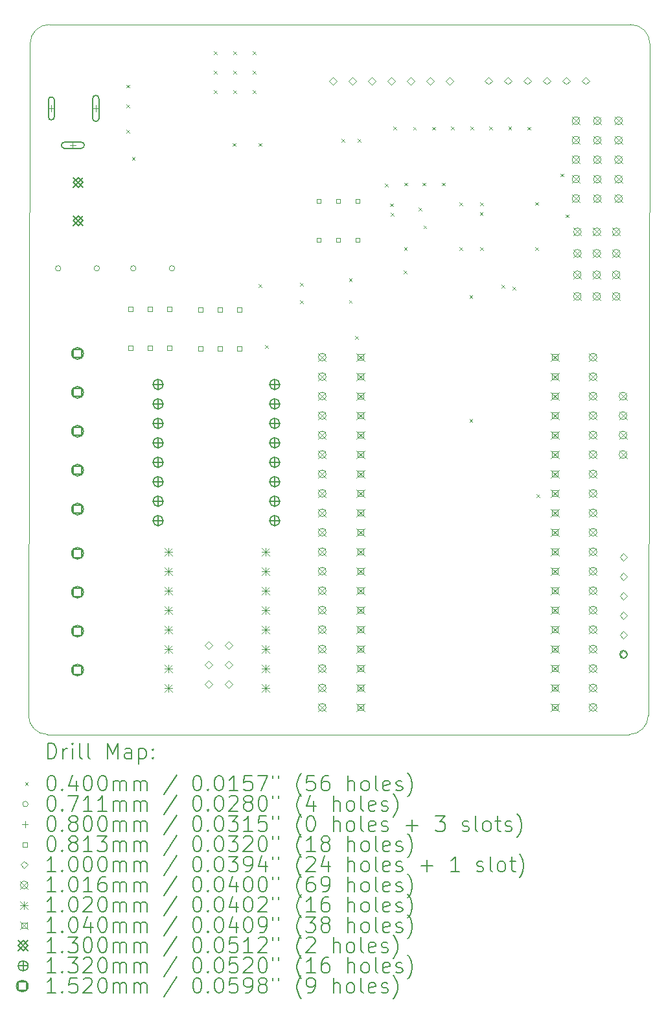
<source format=gbr>
%TF.GenerationSoftware,KiCad,Pcbnew,6.0.9-8da3e8f707~117~ubuntu22.04.1*%
%TF.CreationDate,2022-12-15T13:10:56+05:30*%
%TF.ProjectId,sra_dev_board_2023,7372615f-6465-4765-9f62-6f6172645f32,rev?*%
%TF.SameCoordinates,Original*%
%TF.FileFunction,Drillmap*%
%TF.FilePolarity,Positive*%
%FSLAX45Y45*%
G04 Gerber Fmt 4.5, Leading zero omitted, Abs format (unit mm)*
G04 Created by KiCad (PCBNEW 6.0.9-8da3e8f707~117~ubuntu22.04.1) date 2022-12-15 13:10:56*
%MOMM*%
%LPD*%
G01*
G04 APERTURE LIST*
%ADD10C,0.100000*%
%ADD11C,0.200000*%
%ADD12C,0.040000*%
%ADD13C,0.071100*%
%ADD14C,0.080000*%
%ADD15C,0.081280*%
%ADD16C,0.101600*%
%ADD17C,0.102000*%
%ADD18C,0.104000*%
%ADD19C,0.130000*%
%ADD20C,0.132000*%
%ADD21C,0.152000*%
G04 APERTURE END LIST*
D10*
X14828518Y-12213218D02*
G75*
G03*
X15078518Y-11963223I2J249998D01*
G01*
X15100000Y-3250000D02*
X15078518Y-11904096D01*
X6978518Y-11904096D02*
X6978518Y-11963223D01*
X14850000Y-2945000D02*
X7250000Y-2945000D01*
X15078518Y-11904096D02*
X15078518Y-11963223D01*
X15100000Y-3195000D02*
G75*
G03*
X14850000Y-2945000I-250000J0D01*
G01*
X7000000Y-3250000D02*
X6978518Y-11904096D01*
X6978517Y-11963223D02*
G75*
G03*
X7228518Y-12213223I250003J3D01*
G01*
X7228518Y-12213223D02*
X14828518Y-12213223D01*
X7000000Y-3195000D02*
X7000000Y-3250000D01*
X7250000Y-2945000D02*
G75*
G03*
X7000000Y-3195000I0J-250000D01*
G01*
X15100000Y-3195000D02*
X15100000Y-3250000D01*
D11*
D12*
X8260000Y-3730000D02*
X8300000Y-3770000D01*
X8300000Y-3730000D02*
X8260000Y-3770000D01*
X8260000Y-3990000D02*
X8300000Y-4030000D01*
X8300000Y-3990000D02*
X8260000Y-4030000D01*
X8260000Y-4320000D02*
X8300000Y-4360000D01*
X8300000Y-4320000D02*
X8260000Y-4360000D01*
X8330500Y-4675500D02*
X8370500Y-4715500D01*
X8370500Y-4675500D02*
X8330500Y-4715500D01*
X9400000Y-3296000D02*
X9440000Y-3336000D01*
X9440000Y-3296000D02*
X9400000Y-3336000D01*
X9400000Y-3550000D02*
X9440000Y-3590000D01*
X9440000Y-3550000D02*
X9400000Y-3590000D01*
X9400000Y-3804000D02*
X9440000Y-3844000D01*
X9440000Y-3804000D02*
X9400000Y-3844000D01*
X9646000Y-4491500D02*
X9686000Y-4531500D01*
X9686000Y-4491500D02*
X9646000Y-4531500D01*
X9654000Y-3296000D02*
X9694000Y-3336000D01*
X9694000Y-3296000D02*
X9654000Y-3336000D01*
X9654000Y-3550000D02*
X9694000Y-3590000D01*
X9694000Y-3550000D02*
X9654000Y-3590000D01*
X9654000Y-3804000D02*
X9694000Y-3844000D01*
X9694000Y-3804000D02*
X9654000Y-3844000D01*
X9908000Y-3296000D02*
X9948000Y-3336000D01*
X9948000Y-3296000D02*
X9908000Y-3336000D01*
X9908000Y-3550000D02*
X9948000Y-3590000D01*
X9948000Y-3550000D02*
X9908000Y-3590000D01*
X9908000Y-3804000D02*
X9948000Y-3844000D01*
X9948000Y-3804000D02*
X9908000Y-3844000D01*
X9986000Y-4491500D02*
X10026000Y-4531500D01*
X10026000Y-4491500D02*
X9986000Y-4531500D01*
X9988685Y-6332000D02*
X10028685Y-6372000D01*
X10028685Y-6332000D02*
X9988685Y-6372000D01*
X10070000Y-7130000D02*
X10110000Y-7170000D01*
X10110000Y-7130000D02*
X10070000Y-7170000D01*
X10530000Y-6318000D02*
X10570000Y-6358000D01*
X10570000Y-6318000D02*
X10530000Y-6358000D01*
X10530000Y-6548000D02*
X10570000Y-6588000D01*
X10570000Y-6548000D02*
X10530000Y-6588000D01*
X11068000Y-4438000D02*
X11108000Y-4478000D01*
X11108000Y-4438000D02*
X11068000Y-4478000D01*
X11168000Y-6260000D02*
X11208000Y-6300000D01*
X11208000Y-6260000D02*
X11168000Y-6300000D01*
X11168000Y-6542000D02*
X11208000Y-6582000D01*
X11208000Y-6542000D02*
X11168000Y-6582000D01*
X11249000Y-7009000D02*
X11289000Y-7049000D01*
X11289000Y-7009000D02*
X11249000Y-7049000D01*
X11279000Y-4437000D02*
X11319000Y-4477000D01*
X11319000Y-4437000D02*
X11279000Y-4477000D01*
X11634950Y-5020000D02*
X11674950Y-5060000D01*
X11674950Y-5020000D02*
X11634950Y-5060000D01*
X11701950Y-5280000D02*
X11741950Y-5320000D01*
X11741950Y-5280000D02*
X11701950Y-5320000D01*
X11712000Y-5400000D02*
X11752000Y-5440000D01*
X11752000Y-5400000D02*
X11712000Y-5440000D01*
X11748000Y-4277000D02*
X11788000Y-4317000D01*
X11788000Y-4277000D02*
X11748000Y-4317000D01*
X11885000Y-6155000D02*
X11925000Y-6195000D01*
X11925000Y-6155000D02*
X11885000Y-6195000D01*
X11887000Y-5851000D02*
X11927000Y-5891000D01*
X11927000Y-5851000D02*
X11887000Y-5891000D01*
X11888000Y-5009000D02*
X11928000Y-5049000D01*
X11928000Y-5009000D02*
X11888000Y-5049000D01*
X12005000Y-4281000D02*
X12045000Y-4321000D01*
X12045000Y-4281000D02*
X12005000Y-4321000D01*
X12077000Y-5337000D02*
X12117000Y-5377000D01*
X12117000Y-5337000D02*
X12077000Y-5377000D01*
X12130000Y-5010000D02*
X12170000Y-5050000D01*
X12170000Y-5010000D02*
X12130000Y-5050000D01*
X12139907Y-5567000D02*
X12179907Y-5607000D01*
X12179907Y-5567000D02*
X12139907Y-5607000D01*
X12253000Y-4280000D02*
X12293000Y-4320000D01*
X12293000Y-4280000D02*
X12253000Y-4320000D01*
X12380000Y-5010000D02*
X12420000Y-5050000D01*
X12420000Y-5010000D02*
X12380000Y-5050000D01*
X12501000Y-4278000D02*
X12541000Y-4318000D01*
X12541000Y-4278000D02*
X12501000Y-4318000D01*
X12610000Y-5270000D02*
X12650000Y-5310000D01*
X12650000Y-5270000D02*
X12610000Y-5310000D01*
X12610000Y-5851000D02*
X12650000Y-5891000D01*
X12650000Y-5851000D02*
X12610000Y-5891000D01*
X12741000Y-8095000D02*
X12781000Y-8135000D01*
X12781000Y-8095000D02*
X12741000Y-8135000D01*
X12742000Y-6480000D02*
X12782000Y-6520000D01*
X12782000Y-6480000D02*
X12742000Y-6520000D01*
X12753000Y-4279000D02*
X12793000Y-4319000D01*
X12793000Y-4279000D02*
X12753000Y-4319000D01*
X12877000Y-5397000D02*
X12917000Y-5437000D01*
X12917000Y-5397000D02*
X12877000Y-5437000D01*
X12880000Y-5270000D02*
X12920000Y-5310000D01*
X12920000Y-5270000D02*
X12880000Y-5310000D01*
X12882000Y-5851000D02*
X12922000Y-5891000D01*
X12922000Y-5851000D02*
X12882000Y-5891000D01*
X13000000Y-4278000D02*
X13040000Y-4318000D01*
X13040000Y-4278000D02*
X13000000Y-4318000D01*
X13160000Y-6340000D02*
X13200000Y-6380000D01*
X13200000Y-6340000D02*
X13160000Y-6380000D01*
X13251000Y-4277000D02*
X13291000Y-4317000D01*
X13291000Y-4277000D02*
X13251000Y-4317000D01*
X13307502Y-6367502D02*
X13347502Y-6407502D01*
X13347502Y-6367502D02*
X13307502Y-6407502D01*
X13498000Y-4282000D02*
X13538000Y-4322000D01*
X13538000Y-4282000D02*
X13498000Y-4322000D01*
X13600350Y-5851650D02*
X13640350Y-5891650D01*
X13640350Y-5851650D02*
X13600350Y-5891650D01*
X13602000Y-5262000D02*
X13642000Y-5302000D01*
X13642000Y-5262000D02*
X13602000Y-5302000D01*
X13620000Y-9080000D02*
X13660000Y-9120000D01*
X13660000Y-9080000D02*
X13620000Y-9120000D01*
X13930000Y-4890000D02*
X13970000Y-4930000D01*
X13970000Y-4890000D02*
X13930000Y-4930000D01*
X13997000Y-5423000D02*
X14037000Y-5463000D01*
X14037000Y-5423000D02*
X13997000Y-5463000D01*
D13*
X7402050Y-6128000D02*
G75*
G03*
X7402050Y-6128000I-35550J0D01*
G01*
X7907050Y-6128000D02*
G75*
G03*
X7907050Y-6128000I-35550J0D01*
G01*
X8384050Y-6128000D02*
G75*
G03*
X8384050Y-6128000I-35550J0D01*
G01*
X8889050Y-6128000D02*
G75*
G03*
X8889050Y-6128000I-35550J0D01*
G01*
D14*
X7278000Y-4000000D02*
X7278000Y-4080000D01*
X7238000Y-4040000D02*
X7318000Y-4040000D01*
D11*
X7238000Y-3930000D02*
X7238000Y-4150000D01*
X7318000Y-3930000D02*
X7318000Y-4150000D01*
X7238000Y-4150000D02*
G75*
G03*
X7318000Y-4150000I40000J0D01*
G01*
X7318000Y-3930000D02*
G75*
G03*
X7238000Y-3930000I-40000J0D01*
G01*
D14*
X7558000Y-4480000D02*
X7558000Y-4560000D01*
X7518000Y-4520000D02*
X7598000Y-4520000D01*
D11*
X7448000Y-4560000D02*
X7668000Y-4560000D01*
X7448000Y-4480000D02*
X7668000Y-4480000D01*
X7668000Y-4560000D02*
G75*
G03*
X7668000Y-4480000I0J40000D01*
G01*
X7448000Y-4480000D02*
G75*
G03*
X7448000Y-4560000I0J-40000D01*
G01*
D14*
X7858000Y-4000000D02*
X7858000Y-4080000D01*
X7818000Y-4040000D02*
X7898000Y-4040000D01*
D11*
X7818000Y-3910000D02*
X7818000Y-4170000D01*
X7898000Y-3910000D02*
X7898000Y-4170000D01*
X7818000Y-4170000D02*
G75*
G03*
X7898000Y-4170000I40000J0D01*
G01*
X7898000Y-3910000D02*
G75*
G03*
X7818000Y-3910000I-40000J0D01*
G01*
D15*
X8340737Y-6688974D02*
X8340737Y-6631500D01*
X8283263Y-6631500D01*
X8283263Y-6688974D01*
X8340737Y-6688974D01*
X8340737Y-7196974D02*
X8340737Y-7139500D01*
X8283263Y-7139500D01*
X8283263Y-7196974D01*
X8340737Y-7196974D01*
X8594737Y-6688974D02*
X8594737Y-6631500D01*
X8537263Y-6631500D01*
X8537263Y-6688974D01*
X8594737Y-6688974D01*
X8594737Y-7196974D02*
X8594737Y-7139500D01*
X8537263Y-7139500D01*
X8537263Y-7196974D01*
X8594737Y-7196974D01*
X8848737Y-6688974D02*
X8848737Y-6631500D01*
X8791263Y-6631500D01*
X8791263Y-6688974D01*
X8848737Y-6688974D01*
X8848737Y-7196974D02*
X8848737Y-7139500D01*
X8791263Y-7139500D01*
X8791263Y-7196974D01*
X8848737Y-7196974D01*
X9254737Y-6694737D02*
X9254737Y-6637263D01*
X9197263Y-6637263D01*
X9197263Y-6694737D01*
X9254737Y-6694737D01*
X9254737Y-7202737D02*
X9254737Y-7145263D01*
X9197263Y-7145263D01*
X9197263Y-7202737D01*
X9254737Y-7202737D01*
X9508737Y-6694737D02*
X9508737Y-6637263D01*
X9451263Y-6637263D01*
X9451263Y-6694737D01*
X9508737Y-6694737D01*
X9508737Y-7202737D02*
X9508737Y-7145263D01*
X9451263Y-7145263D01*
X9451263Y-7202737D01*
X9508737Y-7202737D01*
X9762737Y-6694737D02*
X9762737Y-6637263D01*
X9705263Y-6637263D01*
X9705263Y-6694737D01*
X9762737Y-6694737D01*
X9762737Y-7202737D02*
X9762737Y-7145263D01*
X9705263Y-7145263D01*
X9705263Y-7202737D01*
X9762737Y-7202737D01*
X10800737Y-5277447D02*
X10800737Y-5219973D01*
X10743263Y-5219973D01*
X10743263Y-5277447D01*
X10800737Y-5277447D01*
X10800737Y-5785447D02*
X10800737Y-5727973D01*
X10743263Y-5727973D01*
X10743263Y-5785447D01*
X10800737Y-5785447D01*
X11054737Y-5277447D02*
X11054737Y-5219973D01*
X10997263Y-5219973D01*
X10997263Y-5277447D01*
X11054737Y-5277447D01*
X11054737Y-5785447D02*
X11054737Y-5727973D01*
X10997263Y-5727973D01*
X10997263Y-5785447D01*
X11054737Y-5785447D01*
X11308737Y-5277447D02*
X11308737Y-5219973D01*
X11251263Y-5219973D01*
X11251263Y-5277447D01*
X11308737Y-5277447D01*
X11308737Y-5785447D02*
X11308737Y-5727973D01*
X11251263Y-5727973D01*
X11251263Y-5785447D01*
X11308737Y-5785447D01*
D10*
X9334000Y-11097500D02*
X9384000Y-11047500D01*
X9334000Y-10997500D01*
X9284000Y-11047500D01*
X9334000Y-11097500D01*
X9334000Y-11351500D02*
X9384000Y-11301500D01*
X9334000Y-11251500D01*
X9284000Y-11301500D01*
X9334000Y-11351500D01*
X9334000Y-11605500D02*
X9384000Y-11555500D01*
X9334000Y-11505500D01*
X9284000Y-11555500D01*
X9334000Y-11605500D01*
X9594000Y-11097500D02*
X9644000Y-11047500D01*
X9594000Y-10997500D01*
X9544000Y-11047500D01*
X9594000Y-11097500D01*
X9594000Y-11351500D02*
X9644000Y-11301500D01*
X9594000Y-11251500D01*
X9544000Y-11301500D01*
X9594000Y-11351500D01*
X9594000Y-11605500D02*
X9644000Y-11555500D01*
X9594000Y-11505500D01*
X9544000Y-11555500D01*
X9594000Y-11605500D01*
X10958500Y-3730000D02*
X11008500Y-3680000D01*
X10958500Y-3630000D01*
X10908500Y-3680000D01*
X10958500Y-3730000D01*
X11212500Y-3730000D02*
X11262500Y-3680000D01*
X11212500Y-3630000D01*
X11162500Y-3680000D01*
X11212500Y-3730000D01*
X11466500Y-3730000D02*
X11516500Y-3680000D01*
X11466500Y-3630000D01*
X11416500Y-3680000D01*
X11466500Y-3730000D01*
X11720500Y-3730000D02*
X11770500Y-3680000D01*
X11720500Y-3630000D01*
X11670500Y-3680000D01*
X11720500Y-3730000D01*
X11974500Y-3730000D02*
X12024500Y-3680000D01*
X11974500Y-3630000D01*
X11924500Y-3680000D01*
X11974500Y-3730000D01*
X12228500Y-3730000D02*
X12278500Y-3680000D01*
X12228500Y-3630000D01*
X12178500Y-3680000D01*
X12228500Y-3730000D01*
X12482500Y-3730000D02*
X12532500Y-3680000D01*
X12482500Y-3630000D01*
X12432500Y-3680000D01*
X12482500Y-3730000D01*
X12992000Y-3729000D02*
X13042000Y-3679000D01*
X12992000Y-3629000D01*
X12942000Y-3679000D01*
X12992000Y-3729000D01*
X13246000Y-3729000D02*
X13296000Y-3679000D01*
X13246000Y-3629000D01*
X13196000Y-3679000D01*
X13246000Y-3729000D01*
X13500000Y-3729000D02*
X13550000Y-3679000D01*
X13500000Y-3629000D01*
X13450000Y-3679000D01*
X13500000Y-3729000D01*
X13754000Y-3729000D02*
X13804000Y-3679000D01*
X13754000Y-3629000D01*
X13704000Y-3679000D01*
X13754000Y-3729000D01*
X14008000Y-3729000D02*
X14058000Y-3679000D01*
X14008000Y-3629000D01*
X13958000Y-3679000D01*
X14008000Y-3729000D01*
X14262000Y-3729000D02*
X14312000Y-3679000D01*
X14262000Y-3629000D01*
X14212000Y-3679000D01*
X14262000Y-3729000D01*
X14755000Y-9947773D02*
X14805000Y-9897773D01*
X14755000Y-9847773D01*
X14705000Y-9897773D01*
X14755000Y-9947773D01*
X14755000Y-10201773D02*
X14805000Y-10151773D01*
X14755000Y-10101773D01*
X14705000Y-10151773D01*
X14755000Y-10201773D01*
X14755000Y-10455773D02*
X14805000Y-10405773D01*
X14755000Y-10355773D01*
X14705000Y-10405773D01*
X14755000Y-10455773D01*
X14755000Y-10709773D02*
X14805000Y-10659773D01*
X14755000Y-10609773D01*
X14705000Y-10659773D01*
X14755000Y-10709773D01*
X14755000Y-10963773D02*
X14805000Y-10913773D01*
X14755000Y-10863773D01*
X14705000Y-10913773D01*
X14755000Y-10963773D01*
X14755000Y-11217773D02*
X14805000Y-11167773D01*
X14755000Y-11117773D01*
X14705000Y-11167773D01*
X14755000Y-11217773D01*
D11*
X14805000Y-11167773D02*
X14805000Y-11167773D01*
X14705000Y-11167773D02*
X14705000Y-11167773D01*
X14805000Y-11167773D02*
G75*
G03*
X14705000Y-11167773I-50000J0D01*
G01*
X14705000Y-11167773D02*
G75*
G03*
X14805000Y-11167773I50000J0D01*
G01*
D16*
X10767142Y-7236084D02*
X10868742Y-7337684D01*
X10868742Y-7236084D02*
X10767142Y-7337684D01*
X10868742Y-7286884D02*
G75*
G03*
X10868742Y-7286884I-50800J0D01*
G01*
X10767142Y-7490084D02*
X10868742Y-7591684D01*
X10868742Y-7490084D02*
X10767142Y-7591684D01*
X10868742Y-7540884D02*
G75*
G03*
X10868742Y-7540884I-50800J0D01*
G01*
X10767142Y-7744084D02*
X10868742Y-7845684D01*
X10868742Y-7744084D02*
X10767142Y-7845684D01*
X10868742Y-7794884D02*
G75*
G03*
X10868742Y-7794884I-50800J0D01*
G01*
X10767142Y-7998084D02*
X10868742Y-8099684D01*
X10868742Y-7998084D02*
X10767142Y-8099684D01*
X10868742Y-8048884D02*
G75*
G03*
X10868742Y-8048884I-50800J0D01*
G01*
X10767142Y-8252084D02*
X10868742Y-8353684D01*
X10868742Y-8252084D02*
X10767142Y-8353684D01*
X10868742Y-8302884D02*
G75*
G03*
X10868742Y-8302884I-50800J0D01*
G01*
X10767142Y-8506084D02*
X10868742Y-8607684D01*
X10868742Y-8506084D02*
X10767142Y-8607684D01*
X10868742Y-8556884D02*
G75*
G03*
X10868742Y-8556884I-50800J0D01*
G01*
X10767142Y-8760084D02*
X10868742Y-8861684D01*
X10868742Y-8760084D02*
X10767142Y-8861684D01*
X10868742Y-8810884D02*
G75*
G03*
X10868742Y-8810884I-50800J0D01*
G01*
X10767142Y-9014084D02*
X10868742Y-9115684D01*
X10868742Y-9014084D02*
X10767142Y-9115684D01*
X10868742Y-9064884D02*
G75*
G03*
X10868742Y-9064884I-50800J0D01*
G01*
X10767142Y-9268084D02*
X10868742Y-9369684D01*
X10868742Y-9268084D02*
X10767142Y-9369684D01*
X10868742Y-9318884D02*
G75*
G03*
X10868742Y-9318884I-50800J0D01*
G01*
X10767142Y-9522084D02*
X10868742Y-9623684D01*
X10868742Y-9522084D02*
X10767142Y-9623684D01*
X10868742Y-9572884D02*
G75*
G03*
X10868742Y-9572884I-50800J0D01*
G01*
X10767142Y-9776084D02*
X10868742Y-9877684D01*
X10868742Y-9776084D02*
X10767142Y-9877684D01*
X10868742Y-9826884D02*
G75*
G03*
X10868742Y-9826884I-50800J0D01*
G01*
X10767142Y-10030084D02*
X10868742Y-10131684D01*
X10868742Y-10030084D02*
X10767142Y-10131684D01*
X10868742Y-10080884D02*
G75*
G03*
X10868742Y-10080884I-50800J0D01*
G01*
X10767142Y-10284084D02*
X10868742Y-10385684D01*
X10868742Y-10284084D02*
X10767142Y-10385684D01*
X10868742Y-10334884D02*
G75*
G03*
X10868742Y-10334884I-50800J0D01*
G01*
X10767142Y-10538084D02*
X10868742Y-10639684D01*
X10868742Y-10538084D02*
X10767142Y-10639684D01*
X10868742Y-10588884D02*
G75*
G03*
X10868742Y-10588884I-50800J0D01*
G01*
X10767142Y-10792084D02*
X10868742Y-10893684D01*
X10868742Y-10792084D02*
X10767142Y-10893684D01*
X10868742Y-10842884D02*
G75*
G03*
X10868742Y-10842884I-50800J0D01*
G01*
X10767142Y-11046084D02*
X10868742Y-11147684D01*
X10868742Y-11046084D02*
X10767142Y-11147684D01*
X10868742Y-11096884D02*
G75*
G03*
X10868742Y-11096884I-50800J0D01*
G01*
X10767142Y-11300084D02*
X10868742Y-11401684D01*
X10868742Y-11300084D02*
X10767142Y-11401684D01*
X10868742Y-11350884D02*
G75*
G03*
X10868742Y-11350884I-50800J0D01*
G01*
X10767142Y-11554084D02*
X10868742Y-11655684D01*
X10868742Y-11554084D02*
X10767142Y-11655684D01*
X10868742Y-11604884D02*
G75*
G03*
X10868742Y-11604884I-50800J0D01*
G01*
X10767142Y-11808084D02*
X10868742Y-11909684D01*
X10868742Y-11808084D02*
X10767142Y-11909684D01*
X10868742Y-11858884D02*
G75*
G03*
X10868742Y-11858884I-50800J0D01*
G01*
X14082454Y-4149000D02*
X14184054Y-4250600D01*
X14184054Y-4149000D02*
X14082454Y-4250600D01*
X14184054Y-4199800D02*
G75*
G03*
X14184054Y-4199800I-50800J0D01*
G01*
X14082454Y-4403000D02*
X14184054Y-4504600D01*
X14184054Y-4403000D02*
X14082454Y-4504600D01*
X14184054Y-4453800D02*
G75*
G03*
X14184054Y-4453800I-50800J0D01*
G01*
X14082454Y-4657000D02*
X14184054Y-4758600D01*
X14184054Y-4657000D02*
X14082454Y-4758600D01*
X14184054Y-4707800D02*
G75*
G03*
X14184054Y-4707800I-50800J0D01*
G01*
X14082454Y-4911000D02*
X14184054Y-5012600D01*
X14184054Y-4911000D02*
X14082454Y-5012600D01*
X14184054Y-4961800D02*
G75*
G03*
X14184054Y-4961800I-50800J0D01*
G01*
X14082454Y-5165000D02*
X14184054Y-5266600D01*
X14184054Y-5165000D02*
X14082454Y-5266600D01*
X14184054Y-5215800D02*
G75*
G03*
X14184054Y-5215800I-50800J0D01*
G01*
X14100200Y-6161200D02*
X14201800Y-6262800D01*
X14201800Y-6161200D02*
X14100200Y-6262800D01*
X14201800Y-6212000D02*
G75*
G03*
X14201800Y-6212000I-50800J0D01*
G01*
X14101200Y-5600200D02*
X14202800Y-5701800D01*
X14202800Y-5600200D02*
X14101200Y-5701800D01*
X14202800Y-5651000D02*
G75*
G03*
X14202800Y-5651000I-50800J0D01*
G01*
X14101200Y-5880200D02*
X14202800Y-5981800D01*
X14202800Y-5880200D02*
X14101200Y-5981800D01*
X14202800Y-5931000D02*
G75*
G03*
X14202800Y-5931000I-50800J0D01*
G01*
X14101200Y-6442600D02*
X14202800Y-6544200D01*
X14202800Y-6442600D02*
X14101200Y-6544200D01*
X14202800Y-6493400D02*
G75*
G03*
X14202800Y-6493400I-50800J0D01*
G01*
X14306142Y-7236084D02*
X14407742Y-7337684D01*
X14407742Y-7236084D02*
X14306142Y-7337684D01*
X14407742Y-7286884D02*
G75*
G03*
X14407742Y-7286884I-50800J0D01*
G01*
X14306142Y-7490084D02*
X14407742Y-7591684D01*
X14407742Y-7490084D02*
X14306142Y-7591684D01*
X14407742Y-7540884D02*
G75*
G03*
X14407742Y-7540884I-50800J0D01*
G01*
X14306142Y-7744084D02*
X14407742Y-7845684D01*
X14407742Y-7744084D02*
X14306142Y-7845684D01*
X14407742Y-7794884D02*
G75*
G03*
X14407742Y-7794884I-50800J0D01*
G01*
X14306142Y-7998084D02*
X14407742Y-8099684D01*
X14407742Y-7998084D02*
X14306142Y-8099684D01*
X14407742Y-8048884D02*
G75*
G03*
X14407742Y-8048884I-50800J0D01*
G01*
X14306142Y-8252084D02*
X14407742Y-8353684D01*
X14407742Y-8252084D02*
X14306142Y-8353684D01*
X14407742Y-8302884D02*
G75*
G03*
X14407742Y-8302884I-50800J0D01*
G01*
X14306142Y-8506084D02*
X14407742Y-8607684D01*
X14407742Y-8506084D02*
X14306142Y-8607684D01*
X14407742Y-8556884D02*
G75*
G03*
X14407742Y-8556884I-50800J0D01*
G01*
X14306142Y-8760084D02*
X14407742Y-8861684D01*
X14407742Y-8760084D02*
X14306142Y-8861684D01*
X14407742Y-8810884D02*
G75*
G03*
X14407742Y-8810884I-50800J0D01*
G01*
X14306142Y-9014084D02*
X14407742Y-9115684D01*
X14407742Y-9014084D02*
X14306142Y-9115684D01*
X14407742Y-9064884D02*
G75*
G03*
X14407742Y-9064884I-50800J0D01*
G01*
X14306142Y-9268084D02*
X14407742Y-9369684D01*
X14407742Y-9268084D02*
X14306142Y-9369684D01*
X14407742Y-9318884D02*
G75*
G03*
X14407742Y-9318884I-50800J0D01*
G01*
X14306142Y-9522084D02*
X14407742Y-9623684D01*
X14407742Y-9522084D02*
X14306142Y-9623684D01*
X14407742Y-9572884D02*
G75*
G03*
X14407742Y-9572884I-50800J0D01*
G01*
X14306142Y-9776084D02*
X14407742Y-9877684D01*
X14407742Y-9776084D02*
X14306142Y-9877684D01*
X14407742Y-9826884D02*
G75*
G03*
X14407742Y-9826884I-50800J0D01*
G01*
X14306142Y-10030084D02*
X14407742Y-10131684D01*
X14407742Y-10030084D02*
X14306142Y-10131684D01*
X14407742Y-10080884D02*
G75*
G03*
X14407742Y-10080884I-50800J0D01*
G01*
X14306142Y-10284084D02*
X14407742Y-10385684D01*
X14407742Y-10284084D02*
X14306142Y-10385684D01*
X14407742Y-10334884D02*
G75*
G03*
X14407742Y-10334884I-50800J0D01*
G01*
X14306142Y-10538084D02*
X14407742Y-10639684D01*
X14407742Y-10538084D02*
X14306142Y-10639684D01*
X14407742Y-10588884D02*
G75*
G03*
X14407742Y-10588884I-50800J0D01*
G01*
X14306142Y-10792084D02*
X14407742Y-10893684D01*
X14407742Y-10792084D02*
X14306142Y-10893684D01*
X14407742Y-10842884D02*
G75*
G03*
X14407742Y-10842884I-50800J0D01*
G01*
X14306142Y-11046084D02*
X14407742Y-11147684D01*
X14407742Y-11046084D02*
X14306142Y-11147684D01*
X14407742Y-11096884D02*
G75*
G03*
X14407742Y-11096884I-50800J0D01*
G01*
X14306142Y-11300084D02*
X14407742Y-11401684D01*
X14407742Y-11300084D02*
X14306142Y-11401684D01*
X14407742Y-11350884D02*
G75*
G03*
X14407742Y-11350884I-50800J0D01*
G01*
X14306142Y-11554084D02*
X14407742Y-11655684D01*
X14407742Y-11554084D02*
X14306142Y-11655684D01*
X14407742Y-11604884D02*
G75*
G03*
X14407742Y-11604884I-50800J0D01*
G01*
X14306142Y-11808084D02*
X14407742Y-11909684D01*
X14407742Y-11808084D02*
X14306142Y-11909684D01*
X14407742Y-11858884D02*
G75*
G03*
X14407742Y-11858884I-50800J0D01*
G01*
X14354200Y-6161200D02*
X14455800Y-6262800D01*
X14455800Y-6161200D02*
X14354200Y-6262800D01*
X14455800Y-6212000D02*
G75*
G03*
X14455800Y-6212000I-50800J0D01*
G01*
X14355200Y-5600200D02*
X14456800Y-5701800D01*
X14456800Y-5600200D02*
X14355200Y-5701800D01*
X14456800Y-5651000D02*
G75*
G03*
X14456800Y-5651000I-50800J0D01*
G01*
X14355200Y-5880200D02*
X14456800Y-5981800D01*
X14456800Y-5880200D02*
X14355200Y-5981800D01*
X14456800Y-5931000D02*
G75*
G03*
X14456800Y-5931000I-50800J0D01*
G01*
X14355200Y-6442600D02*
X14456800Y-6544200D01*
X14456800Y-6442600D02*
X14355200Y-6544200D01*
X14456800Y-6493400D02*
G75*
G03*
X14456800Y-6493400I-50800J0D01*
G01*
X14361454Y-4149800D02*
X14463054Y-4251400D01*
X14463054Y-4149800D02*
X14361454Y-4251400D01*
X14463054Y-4200600D02*
G75*
G03*
X14463054Y-4200600I-50800J0D01*
G01*
X14361454Y-4403800D02*
X14463054Y-4505400D01*
X14463054Y-4403800D02*
X14361454Y-4505400D01*
X14463054Y-4454600D02*
G75*
G03*
X14463054Y-4454600I-50800J0D01*
G01*
X14361454Y-4657800D02*
X14463054Y-4759400D01*
X14463054Y-4657800D02*
X14361454Y-4759400D01*
X14463054Y-4708600D02*
G75*
G03*
X14463054Y-4708600I-50800J0D01*
G01*
X14361454Y-4911800D02*
X14463054Y-5013400D01*
X14463054Y-4911800D02*
X14361454Y-5013400D01*
X14463054Y-4962600D02*
G75*
G03*
X14463054Y-4962600I-50800J0D01*
G01*
X14361454Y-5165800D02*
X14463054Y-5267400D01*
X14463054Y-5165800D02*
X14361454Y-5267400D01*
X14463054Y-5216600D02*
G75*
G03*
X14463054Y-5216600I-50800J0D01*
G01*
X14608200Y-6161200D02*
X14709800Y-6262800D01*
X14709800Y-6161200D02*
X14608200Y-6262800D01*
X14709800Y-6212000D02*
G75*
G03*
X14709800Y-6212000I-50800J0D01*
G01*
X14609200Y-5600200D02*
X14710800Y-5701800D01*
X14710800Y-5600200D02*
X14609200Y-5701800D01*
X14710800Y-5651000D02*
G75*
G03*
X14710800Y-5651000I-50800J0D01*
G01*
X14609200Y-5880200D02*
X14710800Y-5981800D01*
X14710800Y-5880200D02*
X14609200Y-5981800D01*
X14710800Y-5931000D02*
G75*
G03*
X14710800Y-5931000I-50800J0D01*
G01*
X14609200Y-6442600D02*
X14710800Y-6544200D01*
X14710800Y-6442600D02*
X14609200Y-6544200D01*
X14710800Y-6493400D02*
G75*
G03*
X14710800Y-6493400I-50800J0D01*
G01*
X14639200Y-4149200D02*
X14740800Y-4250800D01*
X14740800Y-4149200D02*
X14639200Y-4250800D01*
X14740800Y-4200000D02*
G75*
G03*
X14740800Y-4200000I-50800J0D01*
G01*
X14639200Y-4403200D02*
X14740800Y-4504800D01*
X14740800Y-4403200D02*
X14639200Y-4504800D01*
X14740800Y-4454000D02*
G75*
G03*
X14740800Y-4454000I-50800J0D01*
G01*
X14639200Y-4657200D02*
X14740800Y-4758800D01*
X14740800Y-4657200D02*
X14639200Y-4758800D01*
X14740800Y-4708000D02*
G75*
G03*
X14740800Y-4708000I-50800J0D01*
G01*
X14639200Y-4911200D02*
X14740800Y-5012800D01*
X14740800Y-4911200D02*
X14639200Y-5012800D01*
X14740800Y-4962000D02*
G75*
G03*
X14740800Y-4962000I-50800J0D01*
G01*
X14639200Y-5165200D02*
X14740800Y-5266800D01*
X14740800Y-5165200D02*
X14639200Y-5266800D01*
X14740800Y-5216000D02*
G75*
G03*
X14740800Y-5216000I-50800J0D01*
G01*
X14697200Y-7745200D02*
X14798800Y-7846800D01*
X14798800Y-7745200D02*
X14697200Y-7846800D01*
X14798800Y-7796000D02*
G75*
G03*
X14798800Y-7796000I-50800J0D01*
G01*
X14697200Y-7999200D02*
X14798800Y-8100800D01*
X14798800Y-7999200D02*
X14697200Y-8100800D01*
X14798800Y-8050000D02*
G75*
G03*
X14798800Y-8050000I-50800J0D01*
G01*
X14697200Y-8253200D02*
X14798800Y-8354800D01*
X14798800Y-8253200D02*
X14697200Y-8354800D01*
X14798800Y-8304000D02*
G75*
G03*
X14798800Y-8304000I-50800J0D01*
G01*
X14697200Y-8507200D02*
X14798800Y-8608800D01*
X14798800Y-8507200D02*
X14697200Y-8608800D01*
X14798800Y-8558000D02*
G75*
G03*
X14798800Y-8558000I-50800J0D01*
G01*
D17*
X8754000Y-9780000D02*
X8856000Y-9882000D01*
X8856000Y-9780000D02*
X8754000Y-9882000D01*
X8805000Y-9780000D02*
X8805000Y-9882000D01*
X8754000Y-9831000D02*
X8856000Y-9831000D01*
X8754000Y-10034000D02*
X8856000Y-10136000D01*
X8856000Y-10034000D02*
X8754000Y-10136000D01*
X8805000Y-10034000D02*
X8805000Y-10136000D01*
X8754000Y-10085000D02*
X8856000Y-10085000D01*
X8754000Y-10288000D02*
X8856000Y-10390000D01*
X8856000Y-10288000D02*
X8754000Y-10390000D01*
X8805000Y-10288000D02*
X8805000Y-10390000D01*
X8754000Y-10339000D02*
X8856000Y-10339000D01*
X8754000Y-10542000D02*
X8856000Y-10644000D01*
X8856000Y-10542000D02*
X8754000Y-10644000D01*
X8805000Y-10542000D02*
X8805000Y-10644000D01*
X8754000Y-10593000D02*
X8856000Y-10593000D01*
X8754000Y-10796000D02*
X8856000Y-10898000D01*
X8856000Y-10796000D02*
X8754000Y-10898000D01*
X8805000Y-10796000D02*
X8805000Y-10898000D01*
X8754000Y-10847000D02*
X8856000Y-10847000D01*
X8754000Y-11050000D02*
X8856000Y-11152000D01*
X8856000Y-11050000D02*
X8754000Y-11152000D01*
X8805000Y-11050000D02*
X8805000Y-11152000D01*
X8754000Y-11101000D02*
X8856000Y-11101000D01*
X8754000Y-11304000D02*
X8856000Y-11406000D01*
X8856000Y-11304000D02*
X8754000Y-11406000D01*
X8805000Y-11304000D02*
X8805000Y-11406000D01*
X8754000Y-11355000D02*
X8856000Y-11355000D01*
X8754000Y-11558000D02*
X8856000Y-11660000D01*
X8856000Y-11558000D02*
X8754000Y-11660000D01*
X8805000Y-11558000D02*
X8805000Y-11660000D01*
X8754000Y-11609000D02*
X8856000Y-11609000D01*
X10024000Y-9780000D02*
X10126000Y-9882000D01*
X10126000Y-9780000D02*
X10024000Y-9882000D01*
X10075000Y-9780000D02*
X10075000Y-9882000D01*
X10024000Y-9831000D02*
X10126000Y-9831000D01*
X10024000Y-10034000D02*
X10126000Y-10136000D01*
X10126000Y-10034000D02*
X10024000Y-10136000D01*
X10075000Y-10034000D02*
X10075000Y-10136000D01*
X10024000Y-10085000D02*
X10126000Y-10085000D01*
X10024000Y-10288000D02*
X10126000Y-10390000D01*
X10126000Y-10288000D02*
X10024000Y-10390000D01*
X10075000Y-10288000D02*
X10075000Y-10390000D01*
X10024000Y-10339000D02*
X10126000Y-10339000D01*
X10024000Y-10542000D02*
X10126000Y-10644000D01*
X10126000Y-10542000D02*
X10024000Y-10644000D01*
X10075000Y-10542000D02*
X10075000Y-10644000D01*
X10024000Y-10593000D02*
X10126000Y-10593000D01*
X10024000Y-10796000D02*
X10126000Y-10898000D01*
X10126000Y-10796000D02*
X10024000Y-10898000D01*
X10075000Y-10796000D02*
X10075000Y-10898000D01*
X10024000Y-10847000D02*
X10126000Y-10847000D01*
X10024000Y-11050000D02*
X10126000Y-11152000D01*
X10126000Y-11050000D02*
X10024000Y-11152000D01*
X10075000Y-11050000D02*
X10075000Y-11152000D01*
X10024000Y-11101000D02*
X10126000Y-11101000D01*
X10024000Y-11304000D02*
X10126000Y-11406000D01*
X10126000Y-11304000D02*
X10024000Y-11406000D01*
X10075000Y-11304000D02*
X10075000Y-11406000D01*
X10024000Y-11355000D02*
X10126000Y-11355000D01*
X10024000Y-11558000D02*
X10126000Y-11660000D01*
X10126000Y-11558000D02*
X10024000Y-11660000D01*
X10075000Y-11558000D02*
X10075000Y-11660000D01*
X10024000Y-11609000D02*
X10126000Y-11609000D01*
D18*
X11265942Y-7234884D02*
X11369942Y-7338884D01*
X11369942Y-7234884D02*
X11265942Y-7338884D01*
X11354712Y-7323654D02*
X11354712Y-7250114D01*
X11281172Y-7250114D01*
X11281172Y-7323654D01*
X11354712Y-7323654D01*
X11265942Y-7488884D02*
X11369942Y-7592884D01*
X11369942Y-7488884D02*
X11265942Y-7592884D01*
X11354712Y-7577654D02*
X11354712Y-7504114D01*
X11281172Y-7504114D01*
X11281172Y-7577654D01*
X11354712Y-7577654D01*
X11265942Y-7742884D02*
X11369942Y-7846884D01*
X11369942Y-7742884D02*
X11265942Y-7846884D01*
X11354712Y-7831654D02*
X11354712Y-7758114D01*
X11281172Y-7758114D01*
X11281172Y-7831654D01*
X11354712Y-7831654D01*
X11265942Y-7996884D02*
X11369942Y-8100884D01*
X11369942Y-7996884D02*
X11265942Y-8100884D01*
X11354712Y-8085654D02*
X11354712Y-8012114D01*
X11281172Y-8012114D01*
X11281172Y-8085654D01*
X11354712Y-8085654D01*
X11265942Y-8250884D02*
X11369942Y-8354884D01*
X11369942Y-8250884D02*
X11265942Y-8354884D01*
X11354712Y-8339654D02*
X11354712Y-8266114D01*
X11281172Y-8266114D01*
X11281172Y-8339654D01*
X11354712Y-8339654D01*
X11265942Y-8504884D02*
X11369942Y-8608884D01*
X11369942Y-8504884D02*
X11265942Y-8608884D01*
X11354712Y-8593654D02*
X11354712Y-8520114D01*
X11281172Y-8520114D01*
X11281172Y-8593654D01*
X11354712Y-8593654D01*
X11265942Y-8758884D02*
X11369942Y-8862884D01*
X11369942Y-8758884D02*
X11265942Y-8862884D01*
X11354712Y-8847654D02*
X11354712Y-8774114D01*
X11281172Y-8774114D01*
X11281172Y-8847654D01*
X11354712Y-8847654D01*
X11265942Y-9012884D02*
X11369942Y-9116884D01*
X11369942Y-9012884D02*
X11265942Y-9116884D01*
X11354712Y-9101654D02*
X11354712Y-9028114D01*
X11281172Y-9028114D01*
X11281172Y-9101654D01*
X11354712Y-9101654D01*
X11265942Y-9266884D02*
X11369942Y-9370884D01*
X11369942Y-9266884D02*
X11265942Y-9370884D01*
X11354712Y-9355654D02*
X11354712Y-9282114D01*
X11281172Y-9282114D01*
X11281172Y-9355654D01*
X11354712Y-9355654D01*
X11265942Y-9520884D02*
X11369942Y-9624884D01*
X11369942Y-9520884D02*
X11265942Y-9624884D01*
X11354712Y-9609654D02*
X11354712Y-9536114D01*
X11281172Y-9536114D01*
X11281172Y-9609654D01*
X11354712Y-9609654D01*
X11265942Y-9774884D02*
X11369942Y-9878884D01*
X11369942Y-9774884D02*
X11265942Y-9878884D01*
X11354712Y-9863654D02*
X11354712Y-9790114D01*
X11281172Y-9790114D01*
X11281172Y-9863654D01*
X11354712Y-9863654D01*
X11265942Y-10028884D02*
X11369942Y-10132884D01*
X11369942Y-10028884D02*
X11265942Y-10132884D01*
X11354712Y-10117654D02*
X11354712Y-10044114D01*
X11281172Y-10044114D01*
X11281172Y-10117654D01*
X11354712Y-10117654D01*
X11265942Y-10282884D02*
X11369942Y-10386884D01*
X11369942Y-10282884D02*
X11265942Y-10386884D01*
X11354712Y-10371654D02*
X11354712Y-10298114D01*
X11281172Y-10298114D01*
X11281172Y-10371654D01*
X11354712Y-10371654D01*
X11265942Y-10536884D02*
X11369942Y-10640884D01*
X11369942Y-10536884D02*
X11265942Y-10640884D01*
X11354712Y-10625654D02*
X11354712Y-10552114D01*
X11281172Y-10552114D01*
X11281172Y-10625654D01*
X11354712Y-10625654D01*
X11265942Y-10790884D02*
X11369942Y-10894884D01*
X11369942Y-10790884D02*
X11265942Y-10894884D01*
X11354712Y-10879654D02*
X11354712Y-10806114D01*
X11281172Y-10806114D01*
X11281172Y-10879654D01*
X11354712Y-10879654D01*
X11265942Y-11044884D02*
X11369942Y-11148884D01*
X11369942Y-11044884D02*
X11265942Y-11148884D01*
X11354712Y-11133654D02*
X11354712Y-11060114D01*
X11281172Y-11060114D01*
X11281172Y-11133654D01*
X11354712Y-11133654D01*
X11265942Y-11298884D02*
X11369942Y-11402884D01*
X11369942Y-11298884D02*
X11265942Y-11402884D01*
X11354712Y-11387654D02*
X11354712Y-11314114D01*
X11281172Y-11314114D01*
X11281172Y-11387654D01*
X11354712Y-11387654D01*
X11265942Y-11552884D02*
X11369942Y-11656884D01*
X11369942Y-11552884D02*
X11265942Y-11656884D01*
X11354712Y-11641654D02*
X11354712Y-11568114D01*
X11281172Y-11568114D01*
X11281172Y-11641654D01*
X11354712Y-11641654D01*
X11265942Y-11806884D02*
X11369942Y-11910884D01*
X11369942Y-11806884D02*
X11265942Y-11910884D01*
X11354712Y-11895654D02*
X11354712Y-11822114D01*
X11281172Y-11822114D01*
X11281172Y-11895654D01*
X11354712Y-11895654D01*
X13805942Y-7234884D02*
X13909942Y-7338884D01*
X13909942Y-7234884D02*
X13805942Y-7338884D01*
X13894712Y-7323654D02*
X13894712Y-7250114D01*
X13821172Y-7250114D01*
X13821172Y-7323654D01*
X13894712Y-7323654D01*
X13805942Y-7488884D02*
X13909942Y-7592884D01*
X13909942Y-7488884D02*
X13805942Y-7592884D01*
X13894712Y-7577654D02*
X13894712Y-7504114D01*
X13821172Y-7504114D01*
X13821172Y-7577654D01*
X13894712Y-7577654D01*
X13805942Y-7742884D02*
X13909942Y-7846884D01*
X13909942Y-7742884D02*
X13805942Y-7846884D01*
X13894712Y-7831654D02*
X13894712Y-7758114D01*
X13821172Y-7758114D01*
X13821172Y-7831654D01*
X13894712Y-7831654D01*
X13805942Y-7996884D02*
X13909942Y-8100884D01*
X13909942Y-7996884D02*
X13805942Y-8100884D01*
X13894712Y-8085654D02*
X13894712Y-8012114D01*
X13821172Y-8012114D01*
X13821172Y-8085654D01*
X13894712Y-8085654D01*
X13805942Y-8250884D02*
X13909942Y-8354884D01*
X13909942Y-8250884D02*
X13805942Y-8354884D01*
X13894712Y-8339654D02*
X13894712Y-8266114D01*
X13821172Y-8266114D01*
X13821172Y-8339654D01*
X13894712Y-8339654D01*
X13805942Y-8504884D02*
X13909942Y-8608884D01*
X13909942Y-8504884D02*
X13805942Y-8608884D01*
X13894712Y-8593654D02*
X13894712Y-8520114D01*
X13821172Y-8520114D01*
X13821172Y-8593654D01*
X13894712Y-8593654D01*
X13805942Y-8758884D02*
X13909942Y-8862884D01*
X13909942Y-8758884D02*
X13805942Y-8862884D01*
X13894712Y-8847654D02*
X13894712Y-8774114D01*
X13821172Y-8774114D01*
X13821172Y-8847654D01*
X13894712Y-8847654D01*
X13805942Y-9012884D02*
X13909942Y-9116884D01*
X13909942Y-9012884D02*
X13805942Y-9116884D01*
X13894712Y-9101654D02*
X13894712Y-9028114D01*
X13821172Y-9028114D01*
X13821172Y-9101654D01*
X13894712Y-9101654D01*
X13805942Y-9266884D02*
X13909942Y-9370884D01*
X13909942Y-9266884D02*
X13805942Y-9370884D01*
X13894712Y-9355654D02*
X13894712Y-9282114D01*
X13821172Y-9282114D01*
X13821172Y-9355654D01*
X13894712Y-9355654D01*
X13805942Y-9520884D02*
X13909942Y-9624884D01*
X13909942Y-9520884D02*
X13805942Y-9624884D01*
X13894712Y-9609654D02*
X13894712Y-9536114D01*
X13821172Y-9536114D01*
X13821172Y-9609654D01*
X13894712Y-9609654D01*
X13805942Y-9774884D02*
X13909942Y-9878884D01*
X13909942Y-9774884D02*
X13805942Y-9878884D01*
X13894712Y-9863654D02*
X13894712Y-9790114D01*
X13821172Y-9790114D01*
X13821172Y-9863654D01*
X13894712Y-9863654D01*
X13805942Y-10028884D02*
X13909942Y-10132884D01*
X13909942Y-10028884D02*
X13805942Y-10132884D01*
X13894712Y-10117654D02*
X13894712Y-10044114D01*
X13821172Y-10044114D01*
X13821172Y-10117654D01*
X13894712Y-10117654D01*
X13805942Y-10282884D02*
X13909942Y-10386884D01*
X13909942Y-10282884D02*
X13805942Y-10386884D01*
X13894712Y-10371654D02*
X13894712Y-10298114D01*
X13821172Y-10298114D01*
X13821172Y-10371654D01*
X13894712Y-10371654D01*
X13805942Y-10536884D02*
X13909942Y-10640884D01*
X13909942Y-10536884D02*
X13805942Y-10640884D01*
X13894712Y-10625654D02*
X13894712Y-10552114D01*
X13821172Y-10552114D01*
X13821172Y-10625654D01*
X13894712Y-10625654D01*
X13805942Y-10790884D02*
X13909942Y-10894884D01*
X13909942Y-10790884D02*
X13805942Y-10894884D01*
X13894712Y-10879654D02*
X13894712Y-10806114D01*
X13821172Y-10806114D01*
X13821172Y-10879654D01*
X13894712Y-10879654D01*
X13805942Y-11044884D02*
X13909942Y-11148884D01*
X13909942Y-11044884D02*
X13805942Y-11148884D01*
X13894712Y-11133654D02*
X13894712Y-11060114D01*
X13821172Y-11060114D01*
X13821172Y-11133654D01*
X13894712Y-11133654D01*
X13805942Y-11298884D02*
X13909942Y-11402884D01*
X13909942Y-11298884D02*
X13805942Y-11402884D01*
X13894712Y-11387654D02*
X13894712Y-11314114D01*
X13821172Y-11314114D01*
X13821172Y-11387654D01*
X13894712Y-11387654D01*
X13805942Y-11552884D02*
X13909942Y-11656884D01*
X13909942Y-11552884D02*
X13805942Y-11656884D01*
X13894712Y-11641654D02*
X13894712Y-11568114D01*
X13821172Y-11568114D01*
X13821172Y-11641654D01*
X13894712Y-11641654D01*
X13805942Y-11806884D02*
X13909942Y-11910884D01*
X13909942Y-11806884D02*
X13805942Y-11910884D01*
X13894712Y-11895654D02*
X13894712Y-11822114D01*
X13821172Y-11822114D01*
X13821172Y-11895654D01*
X13894712Y-11895654D01*
D19*
X7562000Y-4940372D02*
X7692000Y-5070372D01*
X7692000Y-4940372D02*
X7562000Y-5070372D01*
X7627000Y-5070372D02*
X7692000Y-5005372D01*
X7627000Y-4940372D01*
X7562000Y-5005372D01*
X7627000Y-5070372D01*
X7562000Y-5440372D02*
X7692000Y-5570372D01*
X7692000Y-5440372D02*
X7562000Y-5570372D01*
X7627000Y-5570372D02*
X7692000Y-5505372D01*
X7627000Y-5440372D01*
X7562000Y-5505372D01*
X7627000Y-5570372D01*
D20*
X8672000Y-7576758D02*
X8672000Y-7708758D01*
X8606000Y-7642758D02*
X8738000Y-7642758D01*
X8738000Y-7642758D02*
G75*
G03*
X8738000Y-7642758I-66000J0D01*
G01*
X8672000Y-7830758D02*
X8672000Y-7962758D01*
X8606000Y-7896758D02*
X8738000Y-7896758D01*
X8738000Y-7896758D02*
G75*
G03*
X8738000Y-7896758I-66000J0D01*
G01*
X8672000Y-8084758D02*
X8672000Y-8216758D01*
X8606000Y-8150758D02*
X8738000Y-8150758D01*
X8738000Y-8150758D02*
G75*
G03*
X8738000Y-8150758I-66000J0D01*
G01*
X8672000Y-8338758D02*
X8672000Y-8470758D01*
X8606000Y-8404758D02*
X8738000Y-8404758D01*
X8738000Y-8404758D02*
G75*
G03*
X8738000Y-8404758I-66000J0D01*
G01*
X8672000Y-8592758D02*
X8672000Y-8724758D01*
X8606000Y-8658758D02*
X8738000Y-8658758D01*
X8738000Y-8658758D02*
G75*
G03*
X8738000Y-8658758I-66000J0D01*
G01*
X8672000Y-8846758D02*
X8672000Y-8978758D01*
X8606000Y-8912758D02*
X8738000Y-8912758D01*
X8738000Y-8912758D02*
G75*
G03*
X8738000Y-8912758I-66000J0D01*
G01*
X8672000Y-9100758D02*
X8672000Y-9232758D01*
X8606000Y-9166758D02*
X8738000Y-9166758D01*
X8738000Y-9166758D02*
G75*
G03*
X8738000Y-9166758I-66000J0D01*
G01*
X8672000Y-9354758D02*
X8672000Y-9486758D01*
X8606000Y-9420758D02*
X8738000Y-9420758D01*
X8738000Y-9420758D02*
G75*
G03*
X8738000Y-9420758I-66000J0D01*
G01*
X10196000Y-7576758D02*
X10196000Y-7708758D01*
X10130000Y-7642758D02*
X10262000Y-7642758D01*
X10262000Y-7642758D02*
G75*
G03*
X10262000Y-7642758I-66000J0D01*
G01*
X10196000Y-7830758D02*
X10196000Y-7962758D01*
X10130000Y-7896758D02*
X10262000Y-7896758D01*
X10262000Y-7896758D02*
G75*
G03*
X10262000Y-7896758I-66000J0D01*
G01*
X10196000Y-8084758D02*
X10196000Y-8216758D01*
X10130000Y-8150758D02*
X10262000Y-8150758D01*
X10262000Y-8150758D02*
G75*
G03*
X10262000Y-8150758I-66000J0D01*
G01*
X10196000Y-8338758D02*
X10196000Y-8470758D01*
X10130000Y-8404758D02*
X10262000Y-8404758D01*
X10262000Y-8404758D02*
G75*
G03*
X10262000Y-8404758I-66000J0D01*
G01*
X10196000Y-8592758D02*
X10196000Y-8724758D01*
X10130000Y-8658758D02*
X10262000Y-8658758D01*
X10262000Y-8658758D02*
G75*
G03*
X10262000Y-8658758I-66000J0D01*
G01*
X10196000Y-8846758D02*
X10196000Y-8978758D01*
X10130000Y-8912758D02*
X10262000Y-8912758D01*
X10262000Y-8912758D02*
G75*
G03*
X10262000Y-8912758I-66000J0D01*
G01*
X10196000Y-9100758D02*
X10196000Y-9232758D01*
X10130000Y-9166758D02*
X10262000Y-9166758D01*
X10262000Y-9166758D02*
G75*
G03*
X10262000Y-9166758I-66000J0D01*
G01*
X10196000Y-9354758D02*
X10196000Y-9486758D01*
X10130000Y-9420758D02*
X10262000Y-9420758D01*
X10262000Y-9420758D02*
G75*
G03*
X10262000Y-9420758I-66000J0D01*
G01*
D21*
X7673741Y-7292741D02*
X7673741Y-7185259D01*
X7566259Y-7185259D01*
X7566259Y-7292741D01*
X7673741Y-7292741D01*
X7696000Y-7239000D02*
G75*
G03*
X7696000Y-7239000I-76000J0D01*
G01*
X7673741Y-7800741D02*
X7673741Y-7693259D01*
X7566259Y-7693259D01*
X7566259Y-7800741D01*
X7673741Y-7800741D01*
X7696000Y-7747000D02*
G75*
G03*
X7696000Y-7747000I-76000J0D01*
G01*
X7673741Y-8308741D02*
X7673741Y-8201259D01*
X7566259Y-8201259D01*
X7566259Y-8308741D01*
X7673741Y-8308741D01*
X7696000Y-8255000D02*
G75*
G03*
X7696000Y-8255000I-76000J0D01*
G01*
X7673741Y-8816741D02*
X7673741Y-8709259D01*
X7566259Y-8709259D01*
X7566259Y-8816741D01*
X7673741Y-8816741D01*
X7696000Y-8763000D02*
G75*
G03*
X7696000Y-8763000I-76000J0D01*
G01*
X7673741Y-9324741D02*
X7673741Y-9217259D01*
X7566259Y-9217259D01*
X7566259Y-9324741D01*
X7673741Y-9324741D01*
X7696000Y-9271000D02*
G75*
G03*
X7696000Y-9271000I-76000J0D01*
G01*
X7673741Y-9901741D02*
X7673741Y-9794259D01*
X7566259Y-9794259D01*
X7566259Y-9901741D01*
X7673741Y-9901741D01*
X7696000Y-9848000D02*
G75*
G03*
X7696000Y-9848000I-76000J0D01*
G01*
X7673741Y-10409741D02*
X7673741Y-10302259D01*
X7566259Y-10302259D01*
X7566259Y-10409741D01*
X7673741Y-10409741D01*
X7696000Y-10356000D02*
G75*
G03*
X7696000Y-10356000I-76000J0D01*
G01*
X7673741Y-10917741D02*
X7673741Y-10810259D01*
X7566259Y-10810259D01*
X7566259Y-10917741D01*
X7673741Y-10917741D01*
X7696000Y-10864000D02*
G75*
G03*
X7696000Y-10864000I-76000J0D01*
G01*
X7673741Y-11425741D02*
X7673741Y-11318259D01*
X7566259Y-11318259D01*
X7566259Y-11425741D01*
X7673741Y-11425741D01*
X7696000Y-11372000D02*
G75*
G03*
X7696000Y-11372000I-76000J0D01*
G01*
D11*
X7231137Y-12528699D02*
X7231137Y-12328699D01*
X7278756Y-12328699D01*
X7307328Y-12338223D01*
X7326375Y-12357271D01*
X7335899Y-12376318D01*
X7345423Y-12414414D01*
X7345423Y-12442985D01*
X7335899Y-12481080D01*
X7326375Y-12500128D01*
X7307328Y-12519176D01*
X7278756Y-12528699D01*
X7231137Y-12528699D01*
X7431137Y-12528699D02*
X7431137Y-12395366D01*
X7431137Y-12433461D02*
X7440661Y-12414414D01*
X7450185Y-12404890D01*
X7469232Y-12395366D01*
X7488280Y-12395366D01*
X7554947Y-12528699D02*
X7554947Y-12395366D01*
X7554947Y-12328699D02*
X7545423Y-12338223D01*
X7554947Y-12347747D01*
X7564470Y-12338223D01*
X7554947Y-12328699D01*
X7554947Y-12347747D01*
X7678756Y-12528699D02*
X7659709Y-12519176D01*
X7650185Y-12500128D01*
X7650185Y-12328699D01*
X7783518Y-12528699D02*
X7764470Y-12519176D01*
X7754947Y-12500128D01*
X7754947Y-12328699D01*
X8012090Y-12528699D02*
X8012090Y-12328699D01*
X8078756Y-12471557D01*
X8145423Y-12328699D01*
X8145423Y-12528699D01*
X8326375Y-12528699D02*
X8326375Y-12423937D01*
X8316851Y-12404890D01*
X8297804Y-12395366D01*
X8259709Y-12395366D01*
X8240661Y-12404890D01*
X8326375Y-12519176D02*
X8307328Y-12528699D01*
X8259709Y-12528699D01*
X8240661Y-12519176D01*
X8231137Y-12500128D01*
X8231137Y-12481080D01*
X8240661Y-12462033D01*
X8259709Y-12452509D01*
X8307328Y-12452509D01*
X8326375Y-12442985D01*
X8421613Y-12395366D02*
X8421613Y-12595366D01*
X8421613Y-12404890D02*
X8440661Y-12395366D01*
X8478756Y-12395366D01*
X8497804Y-12404890D01*
X8507328Y-12414414D01*
X8516852Y-12433461D01*
X8516852Y-12490604D01*
X8507328Y-12509652D01*
X8497804Y-12519176D01*
X8478756Y-12528699D01*
X8440661Y-12528699D01*
X8421613Y-12519176D01*
X8602566Y-12509652D02*
X8612090Y-12519176D01*
X8602566Y-12528699D01*
X8593042Y-12519176D01*
X8602566Y-12509652D01*
X8602566Y-12528699D01*
X8602566Y-12404890D02*
X8612090Y-12414414D01*
X8602566Y-12423937D01*
X8593042Y-12414414D01*
X8602566Y-12404890D01*
X8602566Y-12423937D01*
D12*
X6933518Y-12838223D02*
X6973518Y-12878223D01*
X6973518Y-12838223D02*
X6933518Y-12878223D01*
D11*
X7269232Y-12748699D02*
X7288280Y-12748699D01*
X7307328Y-12758223D01*
X7316851Y-12767747D01*
X7326375Y-12786795D01*
X7335899Y-12824890D01*
X7335899Y-12872509D01*
X7326375Y-12910604D01*
X7316851Y-12929652D01*
X7307328Y-12939176D01*
X7288280Y-12948699D01*
X7269232Y-12948699D01*
X7250185Y-12939176D01*
X7240661Y-12929652D01*
X7231137Y-12910604D01*
X7221613Y-12872509D01*
X7221613Y-12824890D01*
X7231137Y-12786795D01*
X7240661Y-12767747D01*
X7250185Y-12758223D01*
X7269232Y-12748699D01*
X7421613Y-12929652D02*
X7431137Y-12939176D01*
X7421613Y-12948699D01*
X7412090Y-12939176D01*
X7421613Y-12929652D01*
X7421613Y-12948699D01*
X7602566Y-12815366D02*
X7602566Y-12948699D01*
X7554947Y-12739176D02*
X7507328Y-12882033D01*
X7631137Y-12882033D01*
X7745423Y-12748699D02*
X7764470Y-12748699D01*
X7783518Y-12758223D01*
X7793042Y-12767747D01*
X7802566Y-12786795D01*
X7812090Y-12824890D01*
X7812090Y-12872509D01*
X7802566Y-12910604D01*
X7793042Y-12929652D01*
X7783518Y-12939176D01*
X7764470Y-12948699D01*
X7745423Y-12948699D01*
X7726375Y-12939176D01*
X7716851Y-12929652D01*
X7707328Y-12910604D01*
X7697804Y-12872509D01*
X7697804Y-12824890D01*
X7707328Y-12786795D01*
X7716851Y-12767747D01*
X7726375Y-12758223D01*
X7745423Y-12748699D01*
X7935899Y-12748699D02*
X7954947Y-12748699D01*
X7973994Y-12758223D01*
X7983518Y-12767747D01*
X7993042Y-12786795D01*
X8002566Y-12824890D01*
X8002566Y-12872509D01*
X7993042Y-12910604D01*
X7983518Y-12929652D01*
X7973994Y-12939176D01*
X7954947Y-12948699D01*
X7935899Y-12948699D01*
X7916851Y-12939176D01*
X7907328Y-12929652D01*
X7897804Y-12910604D01*
X7888280Y-12872509D01*
X7888280Y-12824890D01*
X7897804Y-12786795D01*
X7907328Y-12767747D01*
X7916851Y-12758223D01*
X7935899Y-12748699D01*
X8088280Y-12948699D02*
X8088280Y-12815366D01*
X8088280Y-12834414D02*
X8097804Y-12824890D01*
X8116851Y-12815366D01*
X8145423Y-12815366D01*
X8164470Y-12824890D01*
X8173994Y-12843937D01*
X8173994Y-12948699D01*
X8173994Y-12843937D02*
X8183518Y-12824890D01*
X8202566Y-12815366D01*
X8231137Y-12815366D01*
X8250185Y-12824890D01*
X8259709Y-12843937D01*
X8259709Y-12948699D01*
X8354947Y-12948699D02*
X8354947Y-12815366D01*
X8354947Y-12834414D02*
X8364470Y-12824890D01*
X8383518Y-12815366D01*
X8412090Y-12815366D01*
X8431137Y-12824890D01*
X8440661Y-12843937D01*
X8440661Y-12948699D01*
X8440661Y-12843937D02*
X8450185Y-12824890D01*
X8469232Y-12815366D01*
X8497804Y-12815366D01*
X8516852Y-12824890D01*
X8526375Y-12843937D01*
X8526375Y-12948699D01*
X8916852Y-12739176D02*
X8745423Y-12996318D01*
X9173994Y-12748699D02*
X9193042Y-12748699D01*
X9212090Y-12758223D01*
X9221613Y-12767747D01*
X9231137Y-12786795D01*
X9240661Y-12824890D01*
X9240661Y-12872509D01*
X9231137Y-12910604D01*
X9221613Y-12929652D01*
X9212090Y-12939176D01*
X9193042Y-12948699D01*
X9173994Y-12948699D01*
X9154947Y-12939176D01*
X9145423Y-12929652D01*
X9135899Y-12910604D01*
X9126375Y-12872509D01*
X9126375Y-12824890D01*
X9135899Y-12786795D01*
X9145423Y-12767747D01*
X9154947Y-12758223D01*
X9173994Y-12748699D01*
X9326375Y-12929652D02*
X9335899Y-12939176D01*
X9326375Y-12948699D01*
X9316852Y-12939176D01*
X9326375Y-12929652D01*
X9326375Y-12948699D01*
X9459709Y-12748699D02*
X9478756Y-12748699D01*
X9497804Y-12758223D01*
X9507328Y-12767747D01*
X9516852Y-12786795D01*
X9526375Y-12824890D01*
X9526375Y-12872509D01*
X9516852Y-12910604D01*
X9507328Y-12929652D01*
X9497804Y-12939176D01*
X9478756Y-12948699D01*
X9459709Y-12948699D01*
X9440661Y-12939176D01*
X9431137Y-12929652D01*
X9421613Y-12910604D01*
X9412090Y-12872509D01*
X9412090Y-12824890D01*
X9421613Y-12786795D01*
X9431137Y-12767747D01*
X9440661Y-12758223D01*
X9459709Y-12748699D01*
X9716852Y-12948699D02*
X9602566Y-12948699D01*
X9659709Y-12948699D02*
X9659709Y-12748699D01*
X9640661Y-12777271D01*
X9621613Y-12796318D01*
X9602566Y-12805842D01*
X9897804Y-12748699D02*
X9802566Y-12748699D01*
X9793042Y-12843937D01*
X9802566Y-12834414D01*
X9821613Y-12824890D01*
X9869232Y-12824890D01*
X9888280Y-12834414D01*
X9897804Y-12843937D01*
X9907328Y-12862985D01*
X9907328Y-12910604D01*
X9897804Y-12929652D01*
X9888280Y-12939176D01*
X9869232Y-12948699D01*
X9821613Y-12948699D01*
X9802566Y-12939176D01*
X9793042Y-12929652D01*
X9973994Y-12748699D02*
X10107328Y-12748699D01*
X10021613Y-12948699D01*
X10173994Y-12748699D02*
X10173994Y-12786795D01*
X10250185Y-12748699D02*
X10250185Y-12786795D01*
X10545423Y-13024890D02*
X10535899Y-13015366D01*
X10516852Y-12986795D01*
X10507328Y-12967747D01*
X10497804Y-12939176D01*
X10488280Y-12891557D01*
X10488280Y-12853461D01*
X10497804Y-12805842D01*
X10507328Y-12777271D01*
X10516852Y-12758223D01*
X10535899Y-12729652D01*
X10545423Y-12720128D01*
X10716852Y-12748699D02*
X10621613Y-12748699D01*
X10612090Y-12843937D01*
X10621613Y-12834414D01*
X10640661Y-12824890D01*
X10688280Y-12824890D01*
X10707328Y-12834414D01*
X10716852Y-12843937D01*
X10726375Y-12862985D01*
X10726375Y-12910604D01*
X10716852Y-12929652D01*
X10707328Y-12939176D01*
X10688280Y-12948699D01*
X10640661Y-12948699D01*
X10621613Y-12939176D01*
X10612090Y-12929652D01*
X10897804Y-12748699D02*
X10859709Y-12748699D01*
X10840661Y-12758223D01*
X10831137Y-12767747D01*
X10812090Y-12796318D01*
X10802566Y-12834414D01*
X10802566Y-12910604D01*
X10812090Y-12929652D01*
X10821613Y-12939176D01*
X10840661Y-12948699D01*
X10878756Y-12948699D01*
X10897804Y-12939176D01*
X10907328Y-12929652D01*
X10916852Y-12910604D01*
X10916852Y-12862985D01*
X10907328Y-12843937D01*
X10897804Y-12834414D01*
X10878756Y-12824890D01*
X10840661Y-12824890D01*
X10821613Y-12834414D01*
X10812090Y-12843937D01*
X10802566Y-12862985D01*
X11154947Y-12948699D02*
X11154947Y-12748699D01*
X11240661Y-12948699D02*
X11240661Y-12843937D01*
X11231137Y-12824890D01*
X11212090Y-12815366D01*
X11183518Y-12815366D01*
X11164471Y-12824890D01*
X11154947Y-12834414D01*
X11364470Y-12948699D02*
X11345423Y-12939176D01*
X11335899Y-12929652D01*
X11326375Y-12910604D01*
X11326375Y-12853461D01*
X11335899Y-12834414D01*
X11345423Y-12824890D01*
X11364470Y-12815366D01*
X11393042Y-12815366D01*
X11412090Y-12824890D01*
X11421613Y-12834414D01*
X11431137Y-12853461D01*
X11431137Y-12910604D01*
X11421613Y-12929652D01*
X11412090Y-12939176D01*
X11393042Y-12948699D01*
X11364470Y-12948699D01*
X11545423Y-12948699D02*
X11526375Y-12939176D01*
X11516851Y-12920128D01*
X11516851Y-12748699D01*
X11697804Y-12939176D02*
X11678756Y-12948699D01*
X11640661Y-12948699D01*
X11621613Y-12939176D01*
X11612090Y-12920128D01*
X11612090Y-12843937D01*
X11621613Y-12824890D01*
X11640661Y-12815366D01*
X11678756Y-12815366D01*
X11697804Y-12824890D01*
X11707328Y-12843937D01*
X11707328Y-12862985D01*
X11612090Y-12882033D01*
X11783518Y-12939176D02*
X11802566Y-12948699D01*
X11840661Y-12948699D01*
X11859709Y-12939176D01*
X11869232Y-12920128D01*
X11869232Y-12910604D01*
X11859709Y-12891557D01*
X11840661Y-12882033D01*
X11812090Y-12882033D01*
X11793042Y-12872509D01*
X11783518Y-12853461D01*
X11783518Y-12843937D01*
X11793042Y-12824890D01*
X11812090Y-12815366D01*
X11840661Y-12815366D01*
X11859709Y-12824890D01*
X11935899Y-13024890D02*
X11945423Y-13015366D01*
X11964470Y-12986795D01*
X11973994Y-12967747D01*
X11983518Y-12939176D01*
X11993042Y-12891557D01*
X11993042Y-12853461D01*
X11983518Y-12805842D01*
X11973994Y-12777271D01*
X11964470Y-12758223D01*
X11945423Y-12729652D01*
X11935899Y-12720128D01*
D13*
X6973518Y-13122223D02*
G75*
G03*
X6973518Y-13122223I-35550J0D01*
G01*
D11*
X7269232Y-13012699D02*
X7288280Y-13012699D01*
X7307328Y-13022223D01*
X7316851Y-13031747D01*
X7326375Y-13050795D01*
X7335899Y-13088890D01*
X7335899Y-13136509D01*
X7326375Y-13174604D01*
X7316851Y-13193652D01*
X7307328Y-13203176D01*
X7288280Y-13212699D01*
X7269232Y-13212699D01*
X7250185Y-13203176D01*
X7240661Y-13193652D01*
X7231137Y-13174604D01*
X7221613Y-13136509D01*
X7221613Y-13088890D01*
X7231137Y-13050795D01*
X7240661Y-13031747D01*
X7250185Y-13022223D01*
X7269232Y-13012699D01*
X7421613Y-13193652D02*
X7431137Y-13203176D01*
X7421613Y-13212699D01*
X7412090Y-13203176D01*
X7421613Y-13193652D01*
X7421613Y-13212699D01*
X7497804Y-13012699D02*
X7631137Y-13012699D01*
X7545423Y-13212699D01*
X7812090Y-13212699D02*
X7697804Y-13212699D01*
X7754947Y-13212699D02*
X7754947Y-13012699D01*
X7735899Y-13041271D01*
X7716851Y-13060318D01*
X7697804Y-13069842D01*
X8002566Y-13212699D02*
X7888280Y-13212699D01*
X7945423Y-13212699D02*
X7945423Y-13012699D01*
X7926375Y-13041271D01*
X7907328Y-13060318D01*
X7888280Y-13069842D01*
X8088280Y-13212699D02*
X8088280Y-13079366D01*
X8088280Y-13098414D02*
X8097804Y-13088890D01*
X8116851Y-13079366D01*
X8145423Y-13079366D01*
X8164470Y-13088890D01*
X8173994Y-13107937D01*
X8173994Y-13212699D01*
X8173994Y-13107937D02*
X8183518Y-13088890D01*
X8202566Y-13079366D01*
X8231137Y-13079366D01*
X8250185Y-13088890D01*
X8259709Y-13107937D01*
X8259709Y-13212699D01*
X8354947Y-13212699D02*
X8354947Y-13079366D01*
X8354947Y-13098414D02*
X8364470Y-13088890D01*
X8383518Y-13079366D01*
X8412090Y-13079366D01*
X8431137Y-13088890D01*
X8440661Y-13107937D01*
X8440661Y-13212699D01*
X8440661Y-13107937D02*
X8450185Y-13088890D01*
X8469232Y-13079366D01*
X8497804Y-13079366D01*
X8516852Y-13088890D01*
X8526375Y-13107937D01*
X8526375Y-13212699D01*
X8916852Y-13003176D02*
X8745423Y-13260318D01*
X9173994Y-13012699D02*
X9193042Y-13012699D01*
X9212090Y-13022223D01*
X9221613Y-13031747D01*
X9231137Y-13050795D01*
X9240661Y-13088890D01*
X9240661Y-13136509D01*
X9231137Y-13174604D01*
X9221613Y-13193652D01*
X9212090Y-13203176D01*
X9193042Y-13212699D01*
X9173994Y-13212699D01*
X9154947Y-13203176D01*
X9145423Y-13193652D01*
X9135899Y-13174604D01*
X9126375Y-13136509D01*
X9126375Y-13088890D01*
X9135899Y-13050795D01*
X9145423Y-13031747D01*
X9154947Y-13022223D01*
X9173994Y-13012699D01*
X9326375Y-13193652D02*
X9335899Y-13203176D01*
X9326375Y-13212699D01*
X9316852Y-13203176D01*
X9326375Y-13193652D01*
X9326375Y-13212699D01*
X9459709Y-13012699D02*
X9478756Y-13012699D01*
X9497804Y-13022223D01*
X9507328Y-13031747D01*
X9516852Y-13050795D01*
X9526375Y-13088890D01*
X9526375Y-13136509D01*
X9516852Y-13174604D01*
X9507328Y-13193652D01*
X9497804Y-13203176D01*
X9478756Y-13212699D01*
X9459709Y-13212699D01*
X9440661Y-13203176D01*
X9431137Y-13193652D01*
X9421613Y-13174604D01*
X9412090Y-13136509D01*
X9412090Y-13088890D01*
X9421613Y-13050795D01*
X9431137Y-13031747D01*
X9440661Y-13022223D01*
X9459709Y-13012699D01*
X9602566Y-13031747D02*
X9612090Y-13022223D01*
X9631137Y-13012699D01*
X9678756Y-13012699D01*
X9697804Y-13022223D01*
X9707328Y-13031747D01*
X9716852Y-13050795D01*
X9716852Y-13069842D01*
X9707328Y-13098414D01*
X9593042Y-13212699D01*
X9716852Y-13212699D01*
X9831137Y-13098414D02*
X9812090Y-13088890D01*
X9802566Y-13079366D01*
X9793042Y-13060318D01*
X9793042Y-13050795D01*
X9802566Y-13031747D01*
X9812090Y-13022223D01*
X9831137Y-13012699D01*
X9869232Y-13012699D01*
X9888280Y-13022223D01*
X9897804Y-13031747D01*
X9907328Y-13050795D01*
X9907328Y-13060318D01*
X9897804Y-13079366D01*
X9888280Y-13088890D01*
X9869232Y-13098414D01*
X9831137Y-13098414D01*
X9812090Y-13107937D01*
X9802566Y-13117461D01*
X9793042Y-13136509D01*
X9793042Y-13174604D01*
X9802566Y-13193652D01*
X9812090Y-13203176D01*
X9831137Y-13212699D01*
X9869232Y-13212699D01*
X9888280Y-13203176D01*
X9897804Y-13193652D01*
X9907328Y-13174604D01*
X9907328Y-13136509D01*
X9897804Y-13117461D01*
X9888280Y-13107937D01*
X9869232Y-13098414D01*
X10031137Y-13012699D02*
X10050185Y-13012699D01*
X10069232Y-13022223D01*
X10078756Y-13031747D01*
X10088280Y-13050795D01*
X10097804Y-13088890D01*
X10097804Y-13136509D01*
X10088280Y-13174604D01*
X10078756Y-13193652D01*
X10069232Y-13203176D01*
X10050185Y-13212699D01*
X10031137Y-13212699D01*
X10012090Y-13203176D01*
X10002566Y-13193652D01*
X9993042Y-13174604D01*
X9983518Y-13136509D01*
X9983518Y-13088890D01*
X9993042Y-13050795D01*
X10002566Y-13031747D01*
X10012090Y-13022223D01*
X10031137Y-13012699D01*
X10173994Y-13012699D02*
X10173994Y-13050795D01*
X10250185Y-13012699D02*
X10250185Y-13050795D01*
X10545423Y-13288890D02*
X10535899Y-13279366D01*
X10516852Y-13250795D01*
X10507328Y-13231747D01*
X10497804Y-13203176D01*
X10488280Y-13155557D01*
X10488280Y-13117461D01*
X10497804Y-13069842D01*
X10507328Y-13041271D01*
X10516852Y-13022223D01*
X10535899Y-12993652D01*
X10545423Y-12984128D01*
X10707328Y-13079366D02*
X10707328Y-13212699D01*
X10659709Y-13003176D02*
X10612090Y-13146033D01*
X10735899Y-13146033D01*
X10964471Y-13212699D02*
X10964471Y-13012699D01*
X11050185Y-13212699D02*
X11050185Y-13107937D01*
X11040661Y-13088890D01*
X11021613Y-13079366D01*
X10993042Y-13079366D01*
X10973994Y-13088890D01*
X10964471Y-13098414D01*
X11173994Y-13212699D02*
X11154947Y-13203176D01*
X11145423Y-13193652D01*
X11135899Y-13174604D01*
X11135899Y-13117461D01*
X11145423Y-13098414D01*
X11154947Y-13088890D01*
X11173994Y-13079366D01*
X11202566Y-13079366D01*
X11221613Y-13088890D01*
X11231137Y-13098414D01*
X11240661Y-13117461D01*
X11240661Y-13174604D01*
X11231137Y-13193652D01*
X11221613Y-13203176D01*
X11202566Y-13212699D01*
X11173994Y-13212699D01*
X11354947Y-13212699D02*
X11335899Y-13203176D01*
X11326375Y-13184128D01*
X11326375Y-13012699D01*
X11507328Y-13203176D02*
X11488280Y-13212699D01*
X11450185Y-13212699D01*
X11431137Y-13203176D01*
X11421613Y-13184128D01*
X11421613Y-13107937D01*
X11431137Y-13088890D01*
X11450185Y-13079366D01*
X11488280Y-13079366D01*
X11507328Y-13088890D01*
X11516851Y-13107937D01*
X11516851Y-13126985D01*
X11421613Y-13146033D01*
X11593042Y-13203176D02*
X11612090Y-13212699D01*
X11650185Y-13212699D01*
X11669232Y-13203176D01*
X11678756Y-13184128D01*
X11678756Y-13174604D01*
X11669232Y-13155557D01*
X11650185Y-13146033D01*
X11621613Y-13146033D01*
X11602566Y-13136509D01*
X11593042Y-13117461D01*
X11593042Y-13107937D01*
X11602566Y-13088890D01*
X11621613Y-13079366D01*
X11650185Y-13079366D01*
X11669232Y-13088890D01*
X11745423Y-13288890D02*
X11754947Y-13279366D01*
X11773994Y-13250795D01*
X11783518Y-13231747D01*
X11793042Y-13203176D01*
X11802566Y-13155557D01*
X11802566Y-13117461D01*
X11793042Y-13069842D01*
X11783518Y-13041271D01*
X11773994Y-13022223D01*
X11754947Y-12993652D01*
X11745423Y-12984128D01*
D14*
X6933518Y-13346223D02*
X6933518Y-13426223D01*
X6893518Y-13386223D02*
X6973518Y-13386223D01*
D11*
X7269232Y-13276699D02*
X7288280Y-13276699D01*
X7307328Y-13286223D01*
X7316851Y-13295747D01*
X7326375Y-13314795D01*
X7335899Y-13352890D01*
X7335899Y-13400509D01*
X7326375Y-13438604D01*
X7316851Y-13457652D01*
X7307328Y-13467176D01*
X7288280Y-13476699D01*
X7269232Y-13476699D01*
X7250185Y-13467176D01*
X7240661Y-13457652D01*
X7231137Y-13438604D01*
X7221613Y-13400509D01*
X7221613Y-13352890D01*
X7231137Y-13314795D01*
X7240661Y-13295747D01*
X7250185Y-13286223D01*
X7269232Y-13276699D01*
X7421613Y-13457652D02*
X7431137Y-13467176D01*
X7421613Y-13476699D01*
X7412090Y-13467176D01*
X7421613Y-13457652D01*
X7421613Y-13476699D01*
X7545423Y-13362414D02*
X7526375Y-13352890D01*
X7516851Y-13343366D01*
X7507328Y-13324318D01*
X7507328Y-13314795D01*
X7516851Y-13295747D01*
X7526375Y-13286223D01*
X7545423Y-13276699D01*
X7583518Y-13276699D01*
X7602566Y-13286223D01*
X7612090Y-13295747D01*
X7621613Y-13314795D01*
X7621613Y-13324318D01*
X7612090Y-13343366D01*
X7602566Y-13352890D01*
X7583518Y-13362414D01*
X7545423Y-13362414D01*
X7526375Y-13371937D01*
X7516851Y-13381461D01*
X7507328Y-13400509D01*
X7507328Y-13438604D01*
X7516851Y-13457652D01*
X7526375Y-13467176D01*
X7545423Y-13476699D01*
X7583518Y-13476699D01*
X7602566Y-13467176D01*
X7612090Y-13457652D01*
X7621613Y-13438604D01*
X7621613Y-13400509D01*
X7612090Y-13381461D01*
X7602566Y-13371937D01*
X7583518Y-13362414D01*
X7745423Y-13276699D02*
X7764470Y-13276699D01*
X7783518Y-13286223D01*
X7793042Y-13295747D01*
X7802566Y-13314795D01*
X7812090Y-13352890D01*
X7812090Y-13400509D01*
X7802566Y-13438604D01*
X7793042Y-13457652D01*
X7783518Y-13467176D01*
X7764470Y-13476699D01*
X7745423Y-13476699D01*
X7726375Y-13467176D01*
X7716851Y-13457652D01*
X7707328Y-13438604D01*
X7697804Y-13400509D01*
X7697804Y-13352890D01*
X7707328Y-13314795D01*
X7716851Y-13295747D01*
X7726375Y-13286223D01*
X7745423Y-13276699D01*
X7935899Y-13276699D02*
X7954947Y-13276699D01*
X7973994Y-13286223D01*
X7983518Y-13295747D01*
X7993042Y-13314795D01*
X8002566Y-13352890D01*
X8002566Y-13400509D01*
X7993042Y-13438604D01*
X7983518Y-13457652D01*
X7973994Y-13467176D01*
X7954947Y-13476699D01*
X7935899Y-13476699D01*
X7916851Y-13467176D01*
X7907328Y-13457652D01*
X7897804Y-13438604D01*
X7888280Y-13400509D01*
X7888280Y-13352890D01*
X7897804Y-13314795D01*
X7907328Y-13295747D01*
X7916851Y-13286223D01*
X7935899Y-13276699D01*
X8088280Y-13476699D02*
X8088280Y-13343366D01*
X8088280Y-13362414D02*
X8097804Y-13352890D01*
X8116851Y-13343366D01*
X8145423Y-13343366D01*
X8164470Y-13352890D01*
X8173994Y-13371937D01*
X8173994Y-13476699D01*
X8173994Y-13371937D02*
X8183518Y-13352890D01*
X8202566Y-13343366D01*
X8231137Y-13343366D01*
X8250185Y-13352890D01*
X8259709Y-13371937D01*
X8259709Y-13476699D01*
X8354947Y-13476699D02*
X8354947Y-13343366D01*
X8354947Y-13362414D02*
X8364470Y-13352890D01*
X8383518Y-13343366D01*
X8412090Y-13343366D01*
X8431137Y-13352890D01*
X8440661Y-13371937D01*
X8440661Y-13476699D01*
X8440661Y-13371937D02*
X8450185Y-13352890D01*
X8469232Y-13343366D01*
X8497804Y-13343366D01*
X8516852Y-13352890D01*
X8526375Y-13371937D01*
X8526375Y-13476699D01*
X8916852Y-13267176D02*
X8745423Y-13524318D01*
X9173994Y-13276699D02*
X9193042Y-13276699D01*
X9212090Y-13286223D01*
X9221613Y-13295747D01*
X9231137Y-13314795D01*
X9240661Y-13352890D01*
X9240661Y-13400509D01*
X9231137Y-13438604D01*
X9221613Y-13457652D01*
X9212090Y-13467176D01*
X9193042Y-13476699D01*
X9173994Y-13476699D01*
X9154947Y-13467176D01*
X9145423Y-13457652D01*
X9135899Y-13438604D01*
X9126375Y-13400509D01*
X9126375Y-13352890D01*
X9135899Y-13314795D01*
X9145423Y-13295747D01*
X9154947Y-13286223D01*
X9173994Y-13276699D01*
X9326375Y-13457652D02*
X9335899Y-13467176D01*
X9326375Y-13476699D01*
X9316852Y-13467176D01*
X9326375Y-13457652D01*
X9326375Y-13476699D01*
X9459709Y-13276699D02*
X9478756Y-13276699D01*
X9497804Y-13286223D01*
X9507328Y-13295747D01*
X9516852Y-13314795D01*
X9526375Y-13352890D01*
X9526375Y-13400509D01*
X9516852Y-13438604D01*
X9507328Y-13457652D01*
X9497804Y-13467176D01*
X9478756Y-13476699D01*
X9459709Y-13476699D01*
X9440661Y-13467176D01*
X9431137Y-13457652D01*
X9421613Y-13438604D01*
X9412090Y-13400509D01*
X9412090Y-13352890D01*
X9421613Y-13314795D01*
X9431137Y-13295747D01*
X9440661Y-13286223D01*
X9459709Y-13276699D01*
X9593042Y-13276699D02*
X9716852Y-13276699D01*
X9650185Y-13352890D01*
X9678756Y-13352890D01*
X9697804Y-13362414D01*
X9707328Y-13371937D01*
X9716852Y-13390985D01*
X9716852Y-13438604D01*
X9707328Y-13457652D01*
X9697804Y-13467176D01*
X9678756Y-13476699D01*
X9621613Y-13476699D01*
X9602566Y-13467176D01*
X9593042Y-13457652D01*
X9907328Y-13476699D02*
X9793042Y-13476699D01*
X9850185Y-13476699D02*
X9850185Y-13276699D01*
X9831137Y-13305271D01*
X9812090Y-13324318D01*
X9793042Y-13333842D01*
X10088280Y-13276699D02*
X9993042Y-13276699D01*
X9983518Y-13371937D01*
X9993042Y-13362414D01*
X10012090Y-13352890D01*
X10059709Y-13352890D01*
X10078756Y-13362414D01*
X10088280Y-13371937D01*
X10097804Y-13390985D01*
X10097804Y-13438604D01*
X10088280Y-13457652D01*
X10078756Y-13467176D01*
X10059709Y-13476699D01*
X10012090Y-13476699D01*
X9993042Y-13467176D01*
X9983518Y-13457652D01*
X10173994Y-13276699D02*
X10173994Y-13314795D01*
X10250185Y-13276699D02*
X10250185Y-13314795D01*
X10545423Y-13552890D02*
X10535899Y-13543366D01*
X10516852Y-13514795D01*
X10507328Y-13495747D01*
X10497804Y-13467176D01*
X10488280Y-13419557D01*
X10488280Y-13381461D01*
X10497804Y-13333842D01*
X10507328Y-13305271D01*
X10516852Y-13286223D01*
X10535899Y-13257652D01*
X10545423Y-13248128D01*
X10659709Y-13276699D02*
X10678756Y-13276699D01*
X10697804Y-13286223D01*
X10707328Y-13295747D01*
X10716852Y-13314795D01*
X10726375Y-13352890D01*
X10726375Y-13400509D01*
X10716852Y-13438604D01*
X10707328Y-13457652D01*
X10697804Y-13467176D01*
X10678756Y-13476699D01*
X10659709Y-13476699D01*
X10640661Y-13467176D01*
X10631137Y-13457652D01*
X10621613Y-13438604D01*
X10612090Y-13400509D01*
X10612090Y-13352890D01*
X10621613Y-13314795D01*
X10631137Y-13295747D01*
X10640661Y-13286223D01*
X10659709Y-13276699D01*
X10964471Y-13476699D02*
X10964471Y-13276699D01*
X11050185Y-13476699D02*
X11050185Y-13371937D01*
X11040661Y-13352890D01*
X11021613Y-13343366D01*
X10993042Y-13343366D01*
X10973994Y-13352890D01*
X10964471Y-13362414D01*
X11173994Y-13476699D02*
X11154947Y-13467176D01*
X11145423Y-13457652D01*
X11135899Y-13438604D01*
X11135899Y-13381461D01*
X11145423Y-13362414D01*
X11154947Y-13352890D01*
X11173994Y-13343366D01*
X11202566Y-13343366D01*
X11221613Y-13352890D01*
X11231137Y-13362414D01*
X11240661Y-13381461D01*
X11240661Y-13438604D01*
X11231137Y-13457652D01*
X11221613Y-13467176D01*
X11202566Y-13476699D01*
X11173994Y-13476699D01*
X11354947Y-13476699D02*
X11335899Y-13467176D01*
X11326375Y-13448128D01*
X11326375Y-13276699D01*
X11507328Y-13467176D02*
X11488280Y-13476699D01*
X11450185Y-13476699D01*
X11431137Y-13467176D01*
X11421613Y-13448128D01*
X11421613Y-13371937D01*
X11431137Y-13352890D01*
X11450185Y-13343366D01*
X11488280Y-13343366D01*
X11507328Y-13352890D01*
X11516851Y-13371937D01*
X11516851Y-13390985D01*
X11421613Y-13410033D01*
X11593042Y-13467176D02*
X11612090Y-13476699D01*
X11650185Y-13476699D01*
X11669232Y-13467176D01*
X11678756Y-13448128D01*
X11678756Y-13438604D01*
X11669232Y-13419557D01*
X11650185Y-13410033D01*
X11621613Y-13410033D01*
X11602566Y-13400509D01*
X11593042Y-13381461D01*
X11593042Y-13371937D01*
X11602566Y-13352890D01*
X11621613Y-13343366D01*
X11650185Y-13343366D01*
X11669232Y-13352890D01*
X11916851Y-13400509D02*
X12069232Y-13400509D01*
X11993042Y-13476699D02*
X11993042Y-13324318D01*
X12297804Y-13276699D02*
X12421613Y-13276699D01*
X12354947Y-13352890D01*
X12383518Y-13352890D01*
X12402566Y-13362414D01*
X12412090Y-13371937D01*
X12421613Y-13390985D01*
X12421613Y-13438604D01*
X12412090Y-13457652D01*
X12402566Y-13467176D01*
X12383518Y-13476699D01*
X12326375Y-13476699D01*
X12307328Y-13467176D01*
X12297804Y-13457652D01*
X12650185Y-13467176D02*
X12669232Y-13476699D01*
X12707328Y-13476699D01*
X12726375Y-13467176D01*
X12735899Y-13448128D01*
X12735899Y-13438604D01*
X12726375Y-13419557D01*
X12707328Y-13410033D01*
X12678756Y-13410033D01*
X12659709Y-13400509D01*
X12650185Y-13381461D01*
X12650185Y-13371937D01*
X12659709Y-13352890D01*
X12678756Y-13343366D01*
X12707328Y-13343366D01*
X12726375Y-13352890D01*
X12850185Y-13476699D02*
X12831137Y-13467176D01*
X12821613Y-13448128D01*
X12821613Y-13276699D01*
X12954947Y-13476699D02*
X12935899Y-13467176D01*
X12926375Y-13457652D01*
X12916851Y-13438604D01*
X12916851Y-13381461D01*
X12926375Y-13362414D01*
X12935899Y-13352890D01*
X12954947Y-13343366D01*
X12983518Y-13343366D01*
X13002566Y-13352890D01*
X13012090Y-13362414D01*
X13021613Y-13381461D01*
X13021613Y-13438604D01*
X13012090Y-13457652D01*
X13002566Y-13467176D01*
X12983518Y-13476699D01*
X12954947Y-13476699D01*
X13078756Y-13343366D02*
X13154947Y-13343366D01*
X13107328Y-13276699D02*
X13107328Y-13448128D01*
X13116851Y-13467176D01*
X13135899Y-13476699D01*
X13154947Y-13476699D01*
X13212090Y-13467176D02*
X13231137Y-13476699D01*
X13269232Y-13476699D01*
X13288280Y-13467176D01*
X13297804Y-13448128D01*
X13297804Y-13438604D01*
X13288280Y-13419557D01*
X13269232Y-13410033D01*
X13240661Y-13410033D01*
X13221613Y-13400509D01*
X13212090Y-13381461D01*
X13212090Y-13371937D01*
X13221613Y-13352890D01*
X13240661Y-13343366D01*
X13269232Y-13343366D01*
X13288280Y-13352890D01*
X13364470Y-13552890D02*
X13373994Y-13543366D01*
X13393042Y-13514795D01*
X13402566Y-13495747D01*
X13412090Y-13467176D01*
X13421613Y-13419557D01*
X13421613Y-13381461D01*
X13412090Y-13333842D01*
X13402566Y-13305271D01*
X13393042Y-13286223D01*
X13373994Y-13257652D01*
X13364470Y-13248128D01*
D15*
X6961615Y-13678960D02*
X6961615Y-13621486D01*
X6904141Y-13621486D01*
X6904141Y-13678960D01*
X6961615Y-13678960D01*
D11*
X7269232Y-13540699D02*
X7288280Y-13540699D01*
X7307328Y-13550223D01*
X7316851Y-13559747D01*
X7326375Y-13578795D01*
X7335899Y-13616890D01*
X7335899Y-13664509D01*
X7326375Y-13702604D01*
X7316851Y-13721652D01*
X7307328Y-13731176D01*
X7288280Y-13740699D01*
X7269232Y-13740699D01*
X7250185Y-13731176D01*
X7240661Y-13721652D01*
X7231137Y-13702604D01*
X7221613Y-13664509D01*
X7221613Y-13616890D01*
X7231137Y-13578795D01*
X7240661Y-13559747D01*
X7250185Y-13550223D01*
X7269232Y-13540699D01*
X7421613Y-13721652D02*
X7431137Y-13731176D01*
X7421613Y-13740699D01*
X7412090Y-13731176D01*
X7421613Y-13721652D01*
X7421613Y-13740699D01*
X7545423Y-13626414D02*
X7526375Y-13616890D01*
X7516851Y-13607366D01*
X7507328Y-13588318D01*
X7507328Y-13578795D01*
X7516851Y-13559747D01*
X7526375Y-13550223D01*
X7545423Y-13540699D01*
X7583518Y-13540699D01*
X7602566Y-13550223D01*
X7612090Y-13559747D01*
X7621613Y-13578795D01*
X7621613Y-13588318D01*
X7612090Y-13607366D01*
X7602566Y-13616890D01*
X7583518Y-13626414D01*
X7545423Y-13626414D01*
X7526375Y-13635937D01*
X7516851Y-13645461D01*
X7507328Y-13664509D01*
X7507328Y-13702604D01*
X7516851Y-13721652D01*
X7526375Y-13731176D01*
X7545423Y-13740699D01*
X7583518Y-13740699D01*
X7602566Y-13731176D01*
X7612090Y-13721652D01*
X7621613Y-13702604D01*
X7621613Y-13664509D01*
X7612090Y-13645461D01*
X7602566Y-13635937D01*
X7583518Y-13626414D01*
X7812090Y-13740699D02*
X7697804Y-13740699D01*
X7754947Y-13740699D02*
X7754947Y-13540699D01*
X7735899Y-13569271D01*
X7716851Y-13588318D01*
X7697804Y-13597842D01*
X7878756Y-13540699D02*
X8002566Y-13540699D01*
X7935899Y-13616890D01*
X7964470Y-13616890D01*
X7983518Y-13626414D01*
X7993042Y-13635937D01*
X8002566Y-13654985D01*
X8002566Y-13702604D01*
X7993042Y-13721652D01*
X7983518Y-13731176D01*
X7964470Y-13740699D01*
X7907328Y-13740699D01*
X7888280Y-13731176D01*
X7878756Y-13721652D01*
X8088280Y-13740699D02*
X8088280Y-13607366D01*
X8088280Y-13626414D02*
X8097804Y-13616890D01*
X8116851Y-13607366D01*
X8145423Y-13607366D01*
X8164470Y-13616890D01*
X8173994Y-13635937D01*
X8173994Y-13740699D01*
X8173994Y-13635937D02*
X8183518Y-13616890D01*
X8202566Y-13607366D01*
X8231137Y-13607366D01*
X8250185Y-13616890D01*
X8259709Y-13635937D01*
X8259709Y-13740699D01*
X8354947Y-13740699D02*
X8354947Y-13607366D01*
X8354947Y-13626414D02*
X8364470Y-13616890D01*
X8383518Y-13607366D01*
X8412090Y-13607366D01*
X8431137Y-13616890D01*
X8440661Y-13635937D01*
X8440661Y-13740699D01*
X8440661Y-13635937D02*
X8450185Y-13616890D01*
X8469232Y-13607366D01*
X8497804Y-13607366D01*
X8516852Y-13616890D01*
X8526375Y-13635937D01*
X8526375Y-13740699D01*
X8916852Y-13531176D02*
X8745423Y-13788318D01*
X9173994Y-13540699D02*
X9193042Y-13540699D01*
X9212090Y-13550223D01*
X9221613Y-13559747D01*
X9231137Y-13578795D01*
X9240661Y-13616890D01*
X9240661Y-13664509D01*
X9231137Y-13702604D01*
X9221613Y-13721652D01*
X9212090Y-13731176D01*
X9193042Y-13740699D01*
X9173994Y-13740699D01*
X9154947Y-13731176D01*
X9145423Y-13721652D01*
X9135899Y-13702604D01*
X9126375Y-13664509D01*
X9126375Y-13616890D01*
X9135899Y-13578795D01*
X9145423Y-13559747D01*
X9154947Y-13550223D01*
X9173994Y-13540699D01*
X9326375Y-13721652D02*
X9335899Y-13731176D01*
X9326375Y-13740699D01*
X9316852Y-13731176D01*
X9326375Y-13721652D01*
X9326375Y-13740699D01*
X9459709Y-13540699D02*
X9478756Y-13540699D01*
X9497804Y-13550223D01*
X9507328Y-13559747D01*
X9516852Y-13578795D01*
X9526375Y-13616890D01*
X9526375Y-13664509D01*
X9516852Y-13702604D01*
X9507328Y-13721652D01*
X9497804Y-13731176D01*
X9478756Y-13740699D01*
X9459709Y-13740699D01*
X9440661Y-13731176D01*
X9431137Y-13721652D01*
X9421613Y-13702604D01*
X9412090Y-13664509D01*
X9412090Y-13616890D01*
X9421613Y-13578795D01*
X9431137Y-13559747D01*
X9440661Y-13550223D01*
X9459709Y-13540699D01*
X9593042Y-13540699D02*
X9716852Y-13540699D01*
X9650185Y-13616890D01*
X9678756Y-13616890D01*
X9697804Y-13626414D01*
X9707328Y-13635937D01*
X9716852Y-13654985D01*
X9716852Y-13702604D01*
X9707328Y-13721652D01*
X9697804Y-13731176D01*
X9678756Y-13740699D01*
X9621613Y-13740699D01*
X9602566Y-13731176D01*
X9593042Y-13721652D01*
X9793042Y-13559747D02*
X9802566Y-13550223D01*
X9821613Y-13540699D01*
X9869232Y-13540699D01*
X9888280Y-13550223D01*
X9897804Y-13559747D01*
X9907328Y-13578795D01*
X9907328Y-13597842D01*
X9897804Y-13626414D01*
X9783518Y-13740699D01*
X9907328Y-13740699D01*
X10031137Y-13540699D02*
X10050185Y-13540699D01*
X10069232Y-13550223D01*
X10078756Y-13559747D01*
X10088280Y-13578795D01*
X10097804Y-13616890D01*
X10097804Y-13664509D01*
X10088280Y-13702604D01*
X10078756Y-13721652D01*
X10069232Y-13731176D01*
X10050185Y-13740699D01*
X10031137Y-13740699D01*
X10012090Y-13731176D01*
X10002566Y-13721652D01*
X9993042Y-13702604D01*
X9983518Y-13664509D01*
X9983518Y-13616890D01*
X9993042Y-13578795D01*
X10002566Y-13559747D01*
X10012090Y-13550223D01*
X10031137Y-13540699D01*
X10173994Y-13540699D02*
X10173994Y-13578795D01*
X10250185Y-13540699D02*
X10250185Y-13578795D01*
X10545423Y-13816890D02*
X10535899Y-13807366D01*
X10516852Y-13778795D01*
X10507328Y-13759747D01*
X10497804Y-13731176D01*
X10488280Y-13683557D01*
X10488280Y-13645461D01*
X10497804Y-13597842D01*
X10507328Y-13569271D01*
X10516852Y-13550223D01*
X10535899Y-13521652D01*
X10545423Y-13512128D01*
X10726375Y-13740699D02*
X10612090Y-13740699D01*
X10669232Y-13740699D02*
X10669232Y-13540699D01*
X10650185Y-13569271D01*
X10631137Y-13588318D01*
X10612090Y-13597842D01*
X10840661Y-13626414D02*
X10821613Y-13616890D01*
X10812090Y-13607366D01*
X10802566Y-13588318D01*
X10802566Y-13578795D01*
X10812090Y-13559747D01*
X10821613Y-13550223D01*
X10840661Y-13540699D01*
X10878756Y-13540699D01*
X10897804Y-13550223D01*
X10907328Y-13559747D01*
X10916852Y-13578795D01*
X10916852Y-13588318D01*
X10907328Y-13607366D01*
X10897804Y-13616890D01*
X10878756Y-13626414D01*
X10840661Y-13626414D01*
X10821613Y-13635937D01*
X10812090Y-13645461D01*
X10802566Y-13664509D01*
X10802566Y-13702604D01*
X10812090Y-13721652D01*
X10821613Y-13731176D01*
X10840661Y-13740699D01*
X10878756Y-13740699D01*
X10897804Y-13731176D01*
X10907328Y-13721652D01*
X10916852Y-13702604D01*
X10916852Y-13664509D01*
X10907328Y-13645461D01*
X10897804Y-13635937D01*
X10878756Y-13626414D01*
X11154947Y-13740699D02*
X11154947Y-13540699D01*
X11240661Y-13740699D02*
X11240661Y-13635937D01*
X11231137Y-13616890D01*
X11212090Y-13607366D01*
X11183518Y-13607366D01*
X11164471Y-13616890D01*
X11154947Y-13626414D01*
X11364470Y-13740699D02*
X11345423Y-13731176D01*
X11335899Y-13721652D01*
X11326375Y-13702604D01*
X11326375Y-13645461D01*
X11335899Y-13626414D01*
X11345423Y-13616890D01*
X11364470Y-13607366D01*
X11393042Y-13607366D01*
X11412090Y-13616890D01*
X11421613Y-13626414D01*
X11431137Y-13645461D01*
X11431137Y-13702604D01*
X11421613Y-13721652D01*
X11412090Y-13731176D01*
X11393042Y-13740699D01*
X11364470Y-13740699D01*
X11545423Y-13740699D02*
X11526375Y-13731176D01*
X11516851Y-13712128D01*
X11516851Y-13540699D01*
X11697804Y-13731176D02*
X11678756Y-13740699D01*
X11640661Y-13740699D01*
X11621613Y-13731176D01*
X11612090Y-13712128D01*
X11612090Y-13635937D01*
X11621613Y-13616890D01*
X11640661Y-13607366D01*
X11678756Y-13607366D01*
X11697804Y-13616890D01*
X11707328Y-13635937D01*
X11707328Y-13654985D01*
X11612090Y-13674033D01*
X11783518Y-13731176D02*
X11802566Y-13740699D01*
X11840661Y-13740699D01*
X11859709Y-13731176D01*
X11869232Y-13712128D01*
X11869232Y-13702604D01*
X11859709Y-13683557D01*
X11840661Y-13674033D01*
X11812090Y-13674033D01*
X11793042Y-13664509D01*
X11783518Y-13645461D01*
X11783518Y-13635937D01*
X11793042Y-13616890D01*
X11812090Y-13607366D01*
X11840661Y-13607366D01*
X11859709Y-13616890D01*
X11935899Y-13816890D02*
X11945423Y-13807366D01*
X11964470Y-13778795D01*
X11973994Y-13759747D01*
X11983518Y-13731176D01*
X11993042Y-13683557D01*
X11993042Y-13645461D01*
X11983518Y-13597842D01*
X11973994Y-13569271D01*
X11964470Y-13550223D01*
X11945423Y-13521652D01*
X11935899Y-13512128D01*
D10*
X6923518Y-13964223D02*
X6973518Y-13914223D01*
X6923518Y-13864223D01*
X6873518Y-13914223D01*
X6923518Y-13964223D01*
D11*
X7335899Y-14004699D02*
X7221613Y-14004699D01*
X7278756Y-14004699D02*
X7278756Y-13804699D01*
X7259709Y-13833271D01*
X7240661Y-13852318D01*
X7221613Y-13861842D01*
X7421613Y-13985652D02*
X7431137Y-13995176D01*
X7421613Y-14004699D01*
X7412090Y-13995176D01*
X7421613Y-13985652D01*
X7421613Y-14004699D01*
X7554947Y-13804699D02*
X7573994Y-13804699D01*
X7593042Y-13814223D01*
X7602566Y-13823747D01*
X7612090Y-13842795D01*
X7621613Y-13880890D01*
X7621613Y-13928509D01*
X7612090Y-13966604D01*
X7602566Y-13985652D01*
X7593042Y-13995176D01*
X7573994Y-14004699D01*
X7554947Y-14004699D01*
X7535899Y-13995176D01*
X7526375Y-13985652D01*
X7516851Y-13966604D01*
X7507328Y-13928509D01*
X7507328Y-13880890D01*
X7516851Y-13842795D01*
X7526375Y-13823747D01*
X7535899Y-13814223D01*
X7554947Y-13804699D01*
X7745423Y-13804699D02*
X7764470Y-13804699D01*
X7783518Y-13814223D01*
X7793042Y-13823747D01*
X7802566Y-13842795D01*
X7812090Y-13880890D01*
X7812090Y-13928509D01*
X7802566Y-13966604D01*
X7793042Y-13985652D01*
X7783518Y-13995176D01*
X7764470Y-14004699D01*
X7745423Y-14004699D01*
X7726375Y-13995176D01*
X7716851Y-13985652D01*
X7707328Y-13966604D01*
X7697804Y-13928509D01*
X7697804Y-13880890D01*
X7707328Y-13842795D01*
X7716851Y-13823747D01*
X7726375Y-13814223D01*
X7745423Y-13804699D01*
X7935899Y-13804699D02*
X7954947Y-13804699D01*
X7973994Y-13814223D01*
X7983518Y-13823747D01*
X7993042Y-13842795D01*
X8002566Y-13880890D01*
X8002566Y-13928509D01*
X7993042Y-13966604D01*
X7983518Y-13985652D01*
X7973994Y-13995176D01*
X7954947Y-14004699D01*
X7935899Y-14004699D01*
X7916851Y-13995176D01*
X7907328Y-13985652D01*
X7897804Y-13966604D01*
X7888280Y-13928509D01*
X7888280Y-13880890D01*
X7897804Y-13842795D01*
X7907328Y-13823747D01*
X7916851Y-13814223D01*
X7935899Y-13804699D01*
X8088280Y-14004699D02*
X8088280Y-13871366D01*
X8088280Y-13890414D02*
X8097804Y-13880890D01*
X8116851Y-13871366D01*
X8145423Y-13871366D01*
X8164470Y-13880890D01*
X8173994Y-13899937D01*
X8173994Y-14004699D01*
X8173994Y-13899937D02*
X8183518Y-13880890D01*
X8202566Y-13871366D01*
X8231137Y-13871366D01*
X8250185Y-13880890D01*
X8259709Y-13899937D01*
X8259709Y-14004699D01*
X8354947Y-14004699D02*
X8354947Y-13871366D01*
X8354947Y-13890414D02*
X8364470Y-13880890D01*
X8383518Y-13871366D01*
X8412090Y-13871366D01*
X8431137Y-13880890D01*
X8440661Y-13899937D01*
X8440661Y-14004699D01*
X8440661Y-13899937D02*
X8450185Y-13880890D01*
X8469232Y-13871366D01*
X8497804Y-13871366D01*
X8516852Y-13880890D01*
X8526375Y-13899937D01*
X8526375Y-14004699D01*
X8916852Y-13795176D02*
X8745423Y-14052318D01*
X9173994Y-13804699D02*
X9193042Y-13804699D01*
X9212090Y-13814223D01*
X9221613Y-13823747D01*
X9231137Y-13842795D01*
X9240661Y-13880890D01*
X9240661Y-13928509D01*
X9231137Y-13966604D01*
X9221613Y-13985652D01*
X9212090Y-13995176D01*
X9193042Y-14004699D01*
X9173994Y-14004699D01*
X9154947Y-13995176D01*
X9145423Y-13985652D01*
X9135899Y-13966604D01*
X9126375Y-13928509D01*
X9126375Y-13880890D01*
X9135899Y-13842795D01*
X9145423Y-13823747D01*
X9154947Y-13814223D01*
X9173994Y-13804699D01*
X9326375Y-13985652D02*
X9335899Y-13995176D01*
X9326375Y-14004699D01*
X9316852Y-13995176D01*
X9326375Y-13985652D01*
X9326375Y-14004699D01*
X9459709Y-13804699D02*
X9478756Y-13804699D01*
X9497804Y-13814223D01*
X9507328Y-13823747D01*
X9516852Y-13842795D01*
X9526375Y-13880890D01*
X9526375Y-13928509D01*
X9516852Y-13966604D01*
X9507328Y-13985652D01*
X9497804Y-13995176D01*
X9478756Y-14004699D01*
X9459709Y-14004699D01*
X9440661Y-13995176D01*
X9431137Y-13985652D01*
X9421613Y-13966604D01*
X9412090Y-13928509D01*
X9412090Y-13880890D01*
X9421613Y-13842795D01*
X9431137Y-13823747D01*
X9440661Y-13814223D01*
X9459709Y-13804699D01*
X9593042Y-13804699D02*
X9716852Y-13804699D01*
X9650185Y-13880890D01*
X9678756Y-13880890D01*
X9697804Y-13890414D01*
X9707328Y-13899937D01*
X9716852Y-13918985D01*
X9716852Y-13966604D01*
X9707328Y-13985652D01*
X9697804Y-13995176D01*
X9678756Y-14004699D01*
X9621613Y-14004699D01*
X9602566Y-13995176D01*
X9593042Y-13985652D01*
X9812090Y-14004699D02*
X9850185Y-14004699D01*
X9869232Y-13995176D01*
X9878756Y-13985652D01*
X9897804Y-13957080D01*
X9907328Y-13918985D01*
X9907328Y-13842795D01*
X9897804Y-13823747D01*
X9888280Y-13814223D01*
X9869232Y-13804699D01*
X9831137Y-13804699D01*
X9812090Y-13814223D01*
X9802566Y-13823747D01*
X9793042Y-13842795D01*
X9793042Y-13890414D01*
X9802566Y-13909461D01*
X9812090Y-13918985D01*
X9831137Y-13928509D01*
X9869232Y-13928509D01*
X9888280Y-13918985D01*
X9897804Y-13909461D01*
X9907328Y-13890414D01*
X10078756Y-13871366D02*
X10078756Y-14004699D01*
X10031137Y-13795176D02*
X9983518Y-13938033D01*
X10107328Y-13938033D01*
X10173994Y-13804699D02*
X10173994Y-13842795D01*
X10250185Y-13804699D02*
X10250185Y-13842795D01*
X10545423Y-14080890D02*
X10535899Y-14071366D01*
X10516852Y-14042795D01*
X10507328Y-14023747D01*
X10497804Y-13995176D01*
X10488280Y-13947557D01*
X10488280Y-13909461D01*
X10497804Y-13861842D01*
X10507328Y-13833271D01*
X10516852Y-13814223D01*
X10535899Y-13785652D01*
X10545423Y-13776128D01*
X10612090Y-13823747D02*
X10621613Y-13814223D01*
X10640661Y-13804699D01*
X10688280Y-13804699D01*
X10707328Y-13814223D01*
X10716852Y-13823747D01*
X10726375Y-13842795D01*
X10726375Y-13861842D01*
X10716852Y-13890414D01*
X10602566Y-14004699D01*
X10726375Y-14004699D01*
X10897804Y-13871366D02*
X10897804Y-14004699D01*
X10850185Y-13795176D02*
X10802566Y-13938033D01*
X10926375Y-13938033D01*
X11154947Y-14004699D02*
X11154947Y-13804699D01*
X11240661Y-14004699D02*
X11240661Y-13899937D01*
X11231137Y-13880890D01*
X11212090Y-13871366D01*
X11183518Y-13871366D01*
X11164471Y-13880890D01*
X11154947Y-13890414D01*
X11364470Y-14004699D02*
X11345423Y-13995176D01*
X11335899Y-13985652D01*
X11326375Y-13966604D01*
X11326375Y-13909461D01*
X11335899Y-13890414D01*
X11345423Y-13880890D01*
X11364470Y-13871366D01*
X11393042Y-13871366D01*
X11412090Y-13880890D01*
X11421613Y-13890414D01*
X11431137Y-13909461D01*
X11431137Y-13966604D01*
X11421613Y-13985652D01*
X11412090Y-13995176D01*
X11393042Y-14004699D01*
X11364470Y-14004699D01*
X11545423Y-14004699D02*
X11526375Y-13995176D01*
X11516851Y-13976128D01*
X11516851Y-13804699D01*
X11697804Y-13995176D02*
X11678756Y-14004699D01*
X11640661Y-14004699D01*
X11621613Y-13995176D01*
X11612090Y-13976128D01*
X11612090Y-13899937D01*
X11621613Y-13880890D01*
X11640661Y-13871366D01*
X11678756Y-13871366D01*
X11697804Y-13880890D01*
X11707328Y-13899937D01*
X11707328Y-13918985D01*
X11612090Y-13938033D01*
X11783518Y-13995176D02*
X11802566Y-14004699D01*
X11840661Y-14004699D01*
X11859709Y-13995176D01*
X11869232Y-13976128D01*
X11869232Y-13966604D01*
X11859709Y-13947557D01*
X11840661Y-13938033D01*
X11812090Y-13938033D01*
X11793042Y-13928509D01*
X11783518Y-13909461D01*
X11783518Y-13899937D01*
X11793042Y-13880890D01*
X11812090Y-13871366D01*
X11840661Y-13871366D01*
X11859709Y-13880890D01*
X12107328Y-13928509D02*
X12259709Y-13928509D01*
X12183518Y-14004699D02*
X12183518Y-13852318D01*
X12612090Y-14004699D02*
X12497804Y-14004699D01*
X12554947Y-14004699D02*
X12554947Y-13804699D01*
X12535899Y-13833271D01*
X12516851Y-13852318D01*
X12497804Y-13861842D01*
X12840661Y-13995176D02*
X12859709Y-14004699D01*
X12897804Y-14004699D01*
X12916851Y-13995176D01*
X12926375Y-13976128D01*
X12926375Y-13966604D01*
X12916851Y-13947557D01*
X12897804Y-13938033D01*
X12869232Y-13938033D01*
X12850185Y-13928509D01*
X12840661Y-13909461D01*
X12840661Y-13899937D01*
X12850185Y-13880890D01*
X12869232Y-13871366D01*
X12897804Y-13871366D01*
X12916851Y-13880890D01*
X13040661Y-14004699D02*
X13021613Y-13995176D01*
X13012090Y-13976128D01*
X13012090Y-13804699D01*
X13145423Y-14004699D02*
X13126375Y-13995176D01*
X13116851Y-13985652D01*
X13107328Y-13966604D01*
X13107328Y-13909461D01*
X13116851Y-13890414D01*
X13126375Y-13880890D01*
X13145423Y-13871366D01*
X13173994Y-13871366D01*
X13193042Y-13880890D01*
X13202566Y-13890414D01*
X13212090Y-13909461D01*
X13212090Y-13966604D01*
X13202566Y-13985652D01*
X13193042Y-13995176D01*
X13173994Y-14004699D01*
X13145423Y-14004699D01*
X13269232Y-13871366D02*
X13345423Y-13871366D01*
X13297804Y-13804699D02*
X13297804Y-13976128D01*
X13307328Y-13995176D01*
X13326375Y-14004699D01*
X13345423Y-14004699D01*
X13393042Y-14080890D02*
X13402566Y-14071366D01*
X13421613Y-14042795D01*
X13431137Y-14023747D01*
X13440661Y-13995176D01*
X13450185Y-13947557D01*
X13450185Y-13909461D01*
X13440661Y-13861842D01*
X13431137Y-13833271D01*
X13421613Y-13814223D01*
X13402566Y-13785652D01*
X13393042Y-13776128D01*
D16*
X6871918Y-14127423D02*
X6973518Y-14229023D01*
X6973518Y-14127423D02*
X6871918Y-14229023D01*
X6973518Y-14178223D02*
G75*
G03*
X6973518Y-14178223I-50800J0D01*
G01*
D11*
X7335899Y-14268699D02*
X7221613Y-14268699D01*
X7278756Y-14268699D02*
X7278756Y-14068699D01*
X7259709Y-14097271D01*
X7240661Y-14116318D01*
X7221613Y-14125842D01*
X7421613Y-14249652D02*
X7431137Y-14259176D01*
X7421613Y-14268699D01*
X7412090Y-14259176D01*
X7421613Y-14249652D01*
X7421613Y-14268699D01*
X7554947Y-14068699D02*
X7573994Y-14068699D01*
X7593042Y-14078223D01*
X7602566Y-14087747D01*
X7612090Y-14106795D01*
X7621613Y-14144890D01*
X7621613Y-14192509D01*
X7612090Y-14230604D01*
X7602566Y-14249652D01*
X7593042Y-14259176D01*
X7573994Y-14268699D01*
X7554947Y-14268699D01*
X7535899Y-14259176D01*
X7526375Y-14249652D01*
X7516851Y-14230604D01*
X7507328Y-14192509D01*
X7507328Y-14144890D01*
X7516851Y-14106795D01*
X7526375Y-14087747D01*
X7535899Y-14078223D01*
X7554947Y-14068699D01*
X7812090Y-14268699D02*
X7697804Y-14268699D01*
X7754947Y-14268699D02*
X7754947Y-14068699D01*
X7735899Y-14097271D01*
X7716851Y-14116318D01*
X7697804Y-14125842D01*
X7983518Y-14068699D02*
X7945423Y-14068699D01*
X7926375Y-14078223D01*
X7916851Y-14087747D01*
X7897804Y-14116318D01*
X7888280Y-14154414D01*
X7888280Y-14230604D01*
X7897804Y-14249652D01*
X7907328Y-14259176D01*
X7926375Y-14268699D01*
X7964470Y-14268699D01*
X7983518Y-14259176D01*
X7993042Y-14249652D01*
X8002566Y-14230604D01*
X8002566Y-14182985D01*
X7993042Y-14163937D01*
X7983518Y-14154414D01*
X7964470Y-14144890D01*
X7926375Y-14144890D01*
X7907328Y-14154414D01*
X7897804Y-14163937D01*
X7888280Y-14182985D01*
X8088280Y-14268699D02*
X8088280Y-14135366D01*
X8088280Y-14154414D02*
X8097804Y-14144890D01*
X8116851Y-14135366D01*
X8145423Y-14135366D01*
X8164470Y-14144890D01*
X8173994Y-14163937D01*
X8173994Y-14268699D01*
X8173994Y-14163937D02*
X8183518Y-14144890D01*
X8202566Y-14135366D01*
X8231137Y-14135366D01*
X8250185Y-14144890D01*
X8259709Y-14163937D01*
X8259709Y-14268699D01*
X8354947Y-14268699D02*
X8354947Y-14135366D01*
X8354947Y-14154414D02*
X8364470Y-14144890D01*
X8383518Y-14135366D01*
X8412090Y-14135366D01*
X8431137Y-14144890D01*
X8440661Y-14163937D01*
X8440661Y-14268699D01*
X8440661Y-14163937D02*
X8450185Y-14144890D01*
X8469232Y-14135366D01*
X8497804Y-14135366D01*
X8516852Y-14144890D01*
X8526375Y-14163937D01*
X8526375Y-14268699D01*
X8916852Y-14059176D02*
X8745423Y-14316318D01*
X9173994Y-14068699D02*
X9193042Y-14068699D01*
X9212090Y-14078223D01*
X9221613Y-14087747D01*
X9231137Y-14106795D01*
X9240661Y-14144890D01*
X9240661Y-14192509D01*
X9231137Y-14230604D01*
X9221613Y-14249652D01*
X9212090Y-14259176D01*
X9193042Y-14268699D01*
X9173994Y-14268699D01*
X9154947Y-14259176D01*
X9145423Y-14249652D01*
X9135899Y-14230604D01*
X9126375Y-14192509D01*
X9126375Y-14144890D01*
X9135899Y-14106795D01*
X9145423Y-14087747D01*
X9154947Y-14078223D01*
X9173994Y-14068699D01*
X9326375Y-14249652D02*
X9335899Y-14259176D01*
X9326375Y-14268699D01*
X9316852Y-14259176D01*
X9326375Y-14249652D01*
X9326375Y-14268699D01*
X9459709Y-14068699D02*
X9478756Y-14068699D01*
X9497804Y-14078223D01*
X9507328Y-14087747D01*
X9516852Y-14106795D01*
X9526375Y-14144890D01*
X9526375Y-14192509D01*
X9516852Y-14230604D01*
X9507328Y-14249652D01*
X9497804Y-14259176D01*
X9478756Y-14268699D01*
X9459709Y-14268699D01*
X9440661Y-14259176D01*
X9431137Y-14249652D01*
X9421613Y-14230604D01*
X9412090Y-14192509D01*
X9412090Y-14144890D01*
X9421613Y-14106795D01*
X9431137Y-14087747D01*
X9440661Y-14078223D01*
X9459709Y-14068699D01*
X9697804Y-14135366D02*
X9697804Y-14268699D01*
X9650185Y-14059176D02*
X9602566Y-14202033D01*
X9726375Y-14202033D01*
X9840661Y-14068699D02*
X9859709Y-14068699D01*
X9878756Y-14078223D01*
X9888280Y-14087747D01*
X9897804Y-14106795D01*
X9907328Y-14144890D01*
X9907328Y-14192509D01*
X9897804Y-14230604D01*
X9888280Y-14249652D01*
X9878756Y-14259176D01*
X9859709Y-14268699D01*
X9840661Y-14268699D01*
X9821613Y-14259176D01*
X9812090Y-14249652D01*
X9802566Y-14230604D01*
X9793042Y-14192509D01*
X9793042Y-14144890D01*
X9802566Y-14106795D01*
X9812090Y-14087747D01*
X9821613Y-14078223D01*
X9840661Y-14068699D01*
X10031137Y-14068699D02*
X10050185Y-14068699D01*
X10069232Y-14078223D01*
X10078756Y-14087747D01*
X10088280Y-14106795D01*
X10097804Y-14144890D01*
X10097804Y-14192509D01*
X10088280Y-14230604D01*
X10078756Y-14249652D01*
X10069232Y-14259176D01*
X10050185Y-14268699D01*
X10031137Y-14268699D01*
X10012090Y-14259176D01*
X10002566Y-14249652D01*
X9993042Y-14230604D01*
X9983518Y-14192509D01*
X9983518Y-14144890D01*
X9993042Y-14106795D01*
X10002566Y-14087747D01*
X10012090Y-14078223D01*
X10031137Y-14068699D01*
X10173994Y-14068699D02*
X10173994Y-14106795D01*
X10250185Y-14068699D02*
X10250185Y-14106795D01*
X10545423Y-14344890D02*
X10535899Y-14335366D01*
X10516852Y-14306795D01*
X10507328Y-14287747D01*
X10497804Y-14259176D01*
X10488280Y-14211557D01*
X10488280Y-14173461D01*
X10497804Y-14125842D01*
X10507328Y-14097271D01*
X10516852Y-14078223D01*
X10535899Y-14049652D01*
X10545423Y-14040128D01*
X10707328Y-14068699D02*
X10669232Y-14068699D01*
X10650185Y-14078223D01*
X10640661Y-14087747D01*
X10621613Y-14116318D01*
X10612090Y-14154414D01*
X10612090Y-14230604D01*
X10621613Y-14249652D01*
X10631137Y-14259176D01*
X10650185Y-14268699D01*
X10688280Y-14268699D01*
X10707328Y-14259176D01*
X10716852Y-14249652D01*
X10726375Y-14230604D01*
X10726375Y-14182985D01*
X10716852Y-14163937D01*
X10707328Y-14154414D01*
X10688280Y-14144890D01*
X10650185Y-14144890D01*
X10631137Y-14154414D01*
X10621613Y-14163937D01*
X10612090Y-14182985D01*
X10821613Y-14268699D02*
X10859709Y-14268699D01*
X10878756Y-14259176D01*
X10888280Y-14249652D01*
X10907328Y-14221080D01*
X10916852Y-14182985D01*
X10916852Y-14106795D01*
X10907328Y-14087747D01*
X10897804Y-14078223D01*
X10878756Y-14068699D01*
X10840661Y-14068699D01*
X10821613Y-14078223D01*
X10812090Y-14087747D01*
X10802566Y-14106795D01*
X10802566Y-14154414D01*
X10812090Y-14173461D01*
X10821613Y-14182985D01*
X10840661Y-14192509D01*
X10878756Y-14192509D01*
X10897804Y-14182985D01*
X10907328Y-14173461D01*
X10916852Y-14154414D01*
X11154947Y-14268699D02*
X11154947Y-14068699D01*
X11240661Y-14268699D02*
X11240661Y-14163937D01*
X11231137Y-14144890D01*
X11212090Y-14135366D01*
X11183518Y-14135366D01*
X11164471Y-14144890D01*
X11154947Y-14154414D01*
X11364470Y-14268699D02*
X11345423Y-14259176D01*
X11335899Y-14249652D01*
X11326375Y-14230604D01*
X11326375Y-14173461D01*
X11335899Y-14154414D01*
X11345423Y-14144890D01*
X11364470Y-14135366D01*
X11393042Y-14135366D01*
X11412090Y-14144890D01*
X11421613Y-14154414D01*
X11431137Y-14173461D01*
X11431137Y-14230604D01*
X11421613Y-14249652D01*
X11412090Y-14259176D01*
X11393042Y-14268699D01*
X11364470Y-14268699D01*
X11545423Y-14268699D02*
X11526375Y-14259176D01*
X11516851Y-14240128D01*
X11516851Y-14068699D01*
X11697804Y-14259176D02*
X11678756Y-14268699D01*
X11640661Y-14268699D01*
X11621613Y-14259176D01*
X11612090Y-14240128D01*
X11612090Y-14163937D01*
X11621613Y-14144890D01*
X11640661Y-14135366D01*
X11678756Y-14135366D01*
X11697804Y-14144890D01*
X11707328Y-14163937D01*
X11707328Y-14182985D01*
X11612090Y-14202033D01*
X11783518Y-14259176D02*
X11802566Y-14268699D01*
X11840661Y-14268699D01*
X11859709Y-14259176D01*
X11869232Y-14240128D01*
X11869232Y-14230604D01*
X11859709Y-14211557D01*
X11840661Y-14202033D01*
X11812090Y-14202033D01*
X11793042Y-14192509D01*
X11783518Y-14173461D01*
X11783518Y-14163937D01*
X11793042Y-14144890D01*
X11812090Y-14135366D01*
X11840661Y-14135366D01*
X11859709Y-14144890D01*
X11935899Y-14344890D02*
X11945423Y-14335366D01*
X11964470Y-14306795D01*
X11973994Y-14287747D01*
X11983518Y-14259176D01*
X11993042Y-14211557D01*
X11993042Y-14173461D01*
X11983518Y-14125842D01*
X11973994Y-14097271D01*
X11964470Y-14078223D01*
X11945423Y-14049652D01*
X11935899Y-14040128D01*
D17*
X6871518Y-14391223D02*
X6973518Y-14493223D01*
X6973518Y-14391223D02*
X6871518Y-14493223D01*
X6922518Y-14391223D02*
X6922518Y-14493223D01*
X6871518Y-14442223D02*
X6973518Y-14442223D01*
D11*
X7335899Y-14532699D02*
X7221613Y-14532699D01*
X7278756Y-14532699D02*
X7278756Y-14332699D01*
X7259709Y-14361271D01*
X7240661Y-14380318D01*
X7221613Y-14389842D01*
X7421613Y-14513652D02*
X7431137Y-14523176D01*
X7421613Y-14532699D01*
X7412090Y-14523176D01*
X7421613Y-14513652D01*
X7421613Y-14532699D01*
X7554947Y-14332699D02*
X7573994Y-14332699D01*
X7593042Y-14342223D01*
X7602566Y-14351747D01*
X7612090Y-14370795D01*
X7621613Y-14408890D01*
X7621613Y-14456509D01*
X7612090Y-14494604D01*
X7602566Y-14513652D01*
X7593042Y-14523176D01*
X7573994Y-14532699D01*
X7554947Y-14532699D01*
X7535899Y-14523176D01*
X7526375Y-14513652D01*
X7516851Y-14494604D01*
X7507328Y-14456509D01*
X7507328Y-14408890D01*
X7516851Y-14370795D01*
X7526375Y-14351747D01*
X7535899Y-14342223D01*
X7554947Y-14332699D01*
X7697804Y-14351747D02*
X7707328Y-14342223D01*
X7726375Y-14332699D01*
X7773994Y-14332699D01*
X7793042Y-14342223D01*
X7802566Y-14351747D01*
X7812090Y-14370795D01*
X7812090Y-14389842D01*
X7802566Y-14418414D01*
X7688280Y-14532699D01*
X7812090Y-14532699D01*
X7935899Y-14332699D02*
X7954947Y-14332699D01*
X7973994Y-14342223D01*
X7983518Y-14351747D01*
X7993042Y-14370795D01*
X8002566Y-14408890D01*
X8002566Y-14456509D01*
X7993042Y-14494604D01*
X7983518Y-14513652D01*
X7973994Y-14523176D01*
X7954947Y-14532699D01*
X7935899Y-14532699D01*
X7916851Y-14523176D01*
X7907328Y-14513652D01*
X7897804Y-14494604D01*
X7888280Y-14456509D01*
X7888280Y-14408890D01*
X7897804Y-14370795D01*
X7907328Y-14351747D01*
X7916851Y-14342223D01*
X7935899Y-14332699D01*
X8088280Y-14532699D02*
X8088280Y-14399366D01*
X8088280Y-14418414D02*
X8097804Y-14408890D01*
X8116851Y-14399366D01*
X8145423Y-14399366D01*
X8164470Y-14408890D01*
X8173994Y-14427937D01*
X8173994Y-14532699D01*
X8173994Y-14427937D02*
X8183518Y-14408890D01*
X8202566Y-14399366D01*
X8231137Y-14399366D01*
X8250185Y-14408890D01*
X8259709Y-14427937D01*
X8259709Y-14532699D01*
X8354947Y-14532699D02*
X8354947Y-14399366D01*
X8354947Y-14418414D02*
X8364470Y-14408890D01*
X8383518Y-14399366D01*
X8412090Y-14399366D01*
X8431137Y-14408890D01*
X8440661Y-14427937D01*
X8440661Y-14532699D01*
X8440661Y-14427937D02*
X8450185Y-14408890D01*
X8469232Y-14399366D01*
X8497804Y-14399366D01*
X8516852Y-14408890D01*
X8526375Y-14427937D01*
X8526375Y-14532699D01*
X8916852Y-14323176D02*
X8745423Y-14580318D01*
X9173994Y-14332699D02*
X9193042Y-14332699D01*
X9212090Y-14342223D01*
X9221613Y-14351747D01*
X9231137Y-14370795D01*
X9240661Y-14408890D01*
X9240661Y-14456509D01*
X9231137Y-14494604D01*
X9221613Y-14513652D01*
X9212090Y-14523176D01*
X9193042Y-14532699D01*
X9173994Y-14532699D01*
X9154947Y-14523176D01*
X9145423Y-14513652D01*
X9135899Y-14494604D01*
X9126375Y-14456509D01*
X9126375Y-14408890D01*
X9135899Y-14370795D01*
X9145423Y-14351747D01*
X9154947Y-14342223D01*
X9173994Y-14332699D01*
X9326375Y-14513652D02*
X9335899Y-14523176D01*
X9326375Y-14532699D01*
X9316852Y-14523176D01*
X9326375Y-14513652D01*
X9326375Y-14532699D01*
X9459709Y-14332699D02*
X9478756Y-14332699D01*
X9497804Y-14342223D01*
X9507328Y-14351747D01*
X9516852Y-14370795D01*
X9526375Y-14408890D01*
X9526375Y-14456509D01*
X9516852Y-14494604D01*
X9507328Y-14513652D01*
X9497804Y-14523176D01*
X9478756Y-14532699D01*
X9459709Y-14532699D01*
X9440661Y-14523176D01*
X9431137Y-14513652D01*
X9421613Y-14494604D01*
X9412090Y-14456509D01*
X9412090Y-14408890D01*
X9421613Y-14370795D01*
X9431137Y-14351747D01*
X9440661Y-14342223D01*
X9459709Y-14332699D01*
X9697804Y-14399366D02*
X9697804Y-14532699D01*
X9650185Y-14323176D02*
X9602566Y-14466033D01*
X9726375Y-14466033D01*
X9840661Y-14332699D02*
X9859709Y-14332699D01*
X9878756Y-14342223D01*
X9888280Y-14351747D01*
X9897804Y-14370795D01*
X9907328Y-14408890D01*
X9907328Y-14456509D01*
X9897804Y-14494604D01*
X9888280Y-14513652D01*
X9878756Y-14523176D01*
X9859709Y-14532699D01*
X9840661Y-14532699D01*
X9821613Y-14523176D01*
X9812090Y-14513652D01*
X9802566Y-14494604D01*
X9793042Y-14456509D01*
X9793042Y-14408890D01*
X9802566Y-14370795D01*
X9812090Y-14351747D01*
X9821613Y-14342223D01*
X9840661Y-14332699D01*
X9983518Y-14351747D02*
X9993042Y-14342223D01*
X10012090Y-14332699D01*
X10059709Y-14332699D01*
X10078756Y-14342223D01*
X10088280Y-14351747D01*
X10097804Y-14370795D01*
X10097804Y-14389842D01*
X10088280Y-14418414D01*
X9973994Y-14532699D01*
X10097804Y-14532699D01*
X10173994Y-14332699D02*
X10173994Y-14370795D01*
X10250185Y-14332699D02*
X10250185Y-14370795D01*
X10545423Y-14608890D02*
X10535899Y-14599366D01*
X10516852Y-14570795D01*
X10507328Y-14551747D01*
X10497804Y-14523176D01*
X10488280Y-14475557D01*
X10488280Y-14437461D01*
X10497804Y-14389842D01*
X10507328Y-14361271D01*
X10516852Y-14342223D01*
X10535899Y-14313652D01*
X10545423Y-14304128D01*
X10726375Y-14532699D02*
X10612090Y-14532699D01*
X10669232Y-14532699D02*
X10669232Y-14332699D01*
X10650185Y-14361271D01*
X10631137Y-14380318D01*
X10612090Y-14389842D01*
X10897804Y-14332699D02*
X10859709Y-14332699D01*
X10840661Y-14342223D01*
X10831137Y-14351747D01*
X10812090Y-14380318D01*
X10802566Y-14418414D01*
X10802566Y-14494604D01*
X10812090Y-14513652D01*
X10821613Y-14523176D01*
X10840661Y-14532699D01*
X10878756Y-14532699D01*
X10897804Y-14523176D01*
X10907328Y-14513652D01*
X10916852Y-14494604D01*
X10916852Y-14446985D01*
X10907328Y-14427937D01*
X10897804Y-14418414D01*
X10878756Y-14408890D01*
X10840661Y-14408890D01*
X10821613Y-14418414D01*
X10812090Y-14427937D01*
X10802566Y-14446985D01*
X11154947Y-14532699D02*
X11154947Y-14332699D01*
X11240661Y-14532699D02*
X11240661Y-14427937D01*
X11231137Y-14408890D01*
X11212090Y-14399366D01*
X11183518Y-14399366D01*
X11164471Y-14408890D01*
X11154947Y-14418414D01*
X11364470Y-14532699D02*
X11345423Y-14523176D01*
X11335899Y-14513652D01*
X11326375Y-14494604D01*
X11326375Y-14437461D01*
X11335899Y-14418414D01*
X11345423Y-14408890D01*
X11364470Y-14399366D01*
X11393042Y-14399366D01*
X11412090Y-14408890D01*
X11421613Y-14418414D01*
X11431137Y-14437461D01*
X11431137Y-14494604D01*
X11421613Y-14513652D01*
X11412090Y-14523176D01*
X11393042Y-14532699D01*
X11364470Y-14532699D01*
X11545423Y-14532699D02*
X11526375Y-14523176D01*
X11516851Y-14504128D01*
X11516851Y-14332699D01*
X11697804Y-14523176D02*
X11678756Y-14532699D01*
X11640661Y-14532699D01*
X11621613Y-14523176D01*
X11612090Y-14504128D01*
X11612090Y-14427937D01*
X11621613Y-14408890D01*
X11640661Y-14399366D01*
X11678756Y-14399366D01*
X11697804Y-14408890D01*
X11707328Y-14427937D01*
X11707328Y-14446985D01*
X11612090Y-14466033D01*
X11783518Y-14523176D02*
X11802566Y-14532699D01*
X11840661Y-14532699D01*
X11859709Y-14523176D01*
X11869232Y-14504128D01*
X11869232Y-14494604D01*
X11859709Y-14475557D01*
X11840661Y-14466033D01*
X11812090Y-14466033D01*
X11793042Y-14456509D01*
X11783518Y-14437461D01*
X11783518Y-14427937D01*
X11793042Y-14408890D01*
X11812090Y-14399366D01*
X11840661Y-14399366D01*
X11859709Y-14408890D01*
X11935899Y-14608890D02*
X11945423Y-14599366D01*
X11964470Y-14570795D01*
X11973994Y-14551747D01*
X11983518Y-14523176D01*
X11993042Y-14475557D01*
X11993042Y-14437461D01*
X11983518Y-14389842D01*
X11973994Y-14361271D01*
X11964470Y-14342223D01*
X11945423Y-14313652D01*
X11935899Y-14304128D01*
D18*
X6869518Y-14654223D02*
X6973518Y-14758223D01*
X6973518Y-14654223D02*
X6869518Y-14758223D01*
X6958288Y-14742993D02*
X6958288Y-14669453D01*
X6884748Y-14669453D01*
X6884748Y-14742993D01*
X6958288Y-14742993D01*
D11*
X7335899Y-14796699D02*
X7221613Y-14796699D01*
X7278756Y-14796699D02*
X7278756Y-14596699D01*
X7259709Y-14625271D01*
X7240661Y-14644318D01*
X7221613Y-14653842D01*
X7421613Y-14777652D02*
X7431137Y-14787176D01*
X7421613Y-14796699D01*
X7412090Y-14787176D01*
X7421613Y-14777652D01*
X7421613Y-14796699D01*
X7554947Y-14596699D02*
X7573994Y-14596699D01*
X7593042Y-14606223D01*
X7602566Y-14615747D01*
X7612090Y-14634795D01*
X7621613Y-14672890D01*
X7621613Y-14720509D01*
X7612090Y-14758604D01*
X7602566Y-14777652D01*
X7593042Y-14787176D01*
X7573994Y-14796699D01*
X7554947Y-14796699D01*
X7535899Y-14787176D01*
X7526375Y-14777652D01*
X7516851Y-14758604D01*
X7507328Y-14720509D01*
X7507328Y-14672890D01*
X7516851Y-14634795D01*
X7526375Y-14615747D01*
X7535899Y-14606223D01*
X7554947Y-14596699D01*
X7793042Y-14663366D02*
X7793042Y-14796699D01*
X7745423Y-14587176D02*
X7697804Y-14730033D01*
X7821613Y-14730033D01*
X7935899Y-14596699D02*
X7954947Y-14596699D01*
X7973994Y-14606223D01*
X7983518Y-14615747D01*
X7993042Y-14634795D01*
X8002566Y-14672890D01*
X8002566Y-14720509D01*
X7993042Y-14758604D01*
X7983518Y-14777652D01*
X7973994Y-14787176D01*
X7954947Y-14796699D01*
X7935899Y-14796699D01*
X7916851Y-14787176D01*
X7907328Y-14777652D01*
X7897804Y-14758604D01*
X7888280Y-14720509D01*
X7888280Y-14672890D01*
X7897804Y-14634795D01*
X7907328Y-14615747D01*
X7916851Y-14606223D01*
X7935899Y-14596699D01*
X8088280Y-14796699D02*
X8088280Y-14663366D01*
X8088280Y-14682414D02*
X8097804Y-14672890D01*
X8116851Y-14663366D01*
X8145423Y-14663366D01*
X8164470Y-14672890D01*
X8173994Y-14691937D01*
X8173994Y-14796699D01*
X8173994Y-14691937D02*
X8183518Y-14672890D01*
X8202566Y-14663366D01*
X8231137Y-14663366D01*
X8250185Y-14672890D01*
X8259709Y-14691937D01*
X8259709Y-14796699D01*
X8354947Y-14796699D02*
X8354947Y-14663366D01*
X8354947Y-14682414D02*
X8364470Y-14672890D01*
X8383518Y-14663366D01*
X8412090Y-14663366D01*
X8431137Y-14672890D01*
X8440661Y-14691937D01*
X8440661Y-14796699D01*
X8440661Y-14691937D02*
X8450185Y-14672890D01*
X8469232Y-14663366D01*
X8497804Y-14663366D01*
X8516852Y-14672890D01*
X8526375Y-14691937D01*
X8526375Y-14796699D01*
X8916852Y-14587176D02*
X8745423Y-14844318D01*
X9173994Y-14596699D02*
X9193042Y-14596699D01*
X9212090Y-14606223D01*
X9221613Y-14615747D01*
X9231137Y-14634795D01*
X9240661Y-14672890D01*
X9240661Y-14720509D01*
X9231137Y-14758604D01*
X9221613Y-14777652D01*
X9212090Y-14787176D01*
X9193042Y-14796699D01*
X9173994Y-14796699D01*
X9154947Y-14787176D01*
X9145423Y-14777652D01*
X9135899Y-14758604D01*
X9126375Y-14720509D01*
X9126375Y-14672890D01*
X9135899Y-14634795D01*
X9145423Y-14615747D01*
X9154947Y-14606223D01*
X9173994Y-14596699D01*
X9326375Y-14777652D02*
X9335899Y-14787176D01*
X9326375Y-14796699D01*
X9316852Y-14787176D01*
X9326375Y-14777652D01*
X9326375Y-14796699D01*
X9459709Y-14596699D02*
X9478756Y-14596699D01*
X9497804Y-14606223D01*
X9507328Y-14615747D01*
X9516852Y-14634795D01*
X9526375Y-14672890D01*
X9526375Y-14720509D01*
X9516852Y-14758604D01*
X9507328Y-14777652D01*
X9497804Y-14787176D01*
X9478756Y-14796699D01*
X9459709Y-14796699D01*
X9440661Y-14787176D01*
X9431137Y-14777652D01*
X9421613Y-14758604D01*
X9412090Y-14720509D01*
X9412090Y-14672890D01*
X9421613Y-14634795D01*
X9431137Y-14615747D01*
X9440661Y-14606223D01*
X9459709Y-14596699D01*
X9697804Y-14663366D02*
X9697804Y-14796699D01*
X9650185Y-14587176D02*
X9602566Y-14730033D01*
X9726375Y-14730033D01*
X9840661Y-14596699D02*
X9859709Y-14596699D01*
X9878756Y-14606223D01*
X9888280Y-14615747D01*
X9897804Y-14634795D01*
X9907328Y-14672890D01*
X9907328Y-14720509D01*
X9897804Y-14758604D01*
X9888280Y-14777652D01*
X9878756Y-14787176D01*
X9859709Y-14796699D01*
X9840661Y-14796699D01*
X9821613Y-14787176D01*
X9812090Y-14777652D01*
X9802566Y-14758604D01*
X9793042Y-14720509D01*
X9793042Y-14672890D01*
X9802566Y-14634795D01*
X9812090Y-14615747D01*
X9821613Y-14606223D01*
X9840661Y-14596699D01*
X10002566Y-14796699D02*
X10040661Y-14796699D01*
X10059709Y-14787176D01*
X10069232Y-14777652D01*
X10088280Y-14749080D01*
X10097804Y-14710985D01*
X10097804Y-14634795D01*
X10088280Y-14615747D01*
X10078756Y-14606223D01*
X10059709Y-14596699D01*
X10021613Y-14596699D01*
X10002566Y-14606223D01*
X9993042Y-14615747D01*
X9983518Y-14634795D01*
X9983518Y-14682414D01*
X9993042Y-14701461D01*
X10002566Y-14710985D01*
X10021613Y-14720509D01*
X10059709Y-14720509D01*
X10078756Y-14710985D01*
X10088280Y-14701461D01*
X10097804Y-14682414D01*
X10173994Y-14596699D02*
X10173994Y-14634795D01*
X10250185Y-14596699D02*
X10250185Y-14634795D01*
X10545423Y-14872890D02*
X10535899Y-14863366D01*
X10516852Y-14834795D01*
X10507328Y-14815747D01*
X10497804Y-14787176D01*
X10488280Y-14739557D01*
X10488280Y-14701461D01*
X10497804Y-14653842D01*
X10507328Y-14625271D01*
X10516852Y-14606223D01*
X10535899Y-14577652D01*
X10545423Y-14568128D01*
X10602566Y-14596699D02*
X10726375Y-14596699D01*
X10659709Y-14672890D01*
X10688280Y-14672890D01*
X10707328Y-14682414D01*
X10716852Y-14691937D01*
X10726375Y-14710985D01*
X10726375Y-14758604D01*
X10716852Y-14777652D01*
X10707328Y-14787176D01*
X10688280Y-14796699D01*
X10631137Y-14796699D01*
X10612090Y-14787176D01*
X10602566Y-14777652D01*
X10840661Y-14682414D02*
X10821613Y-14672890D01*
X10812090Y-14663366D01*
X10802566Y-14644318D01*
X10802566Y-14634795D01*
X10812090Y-14615747D01*
X10821613Y-14606223D01*
X10840661Y-14596699D01*
X10878756Y-14596699D01*
X10897804Y-14606223D01*
X10907328Y-14615747D01*
X10916852Y-14634795D01*
X10916852Y-14644318D01*
X10907328Y-14663366D01*
X10897804Y-14672890D01*
X10878756Y-14682414D01*
X10840661Y-14682414D01*
X10821613Y-14691937D01*
X10812090Y-14701461D01*
X10802566Y-14720509D01*
X10802566Y-14758604D01*
X10812090Y-14777652D01*
X10821613Y-14787176D01*
X10840661Y-14796699D01*
X10878756Y-14796699D01*
X10897804Y-14787176D01*
X10907328Y-14777652D01*
X10916852Y-14758604D01*
X10916852Y-14720509D01*
X10907328Y-14701461D01*
X10897804Y-14691937D01*
X10878756Y-14682414D01*
X11154947Y-14796699D02*
X11154947Y-14596699D01*
X11240661Y-14796699D02*
X11240661Y-14691937D01*
X11231137Y-14672890D01*
X11212090Y-14663366D01*
X11183518Y-14663366D01*
X11164471Y-14672890D01*
X11154947Y-14682414D01*
X11364470Y-14796699D02*
X11345423Y-14787176D01*
X11335899Y-14777652D01*
X11326375Y-14758604D01*
X11326375Y-14701461D01*
X11335899Y-14682414D01*
X11345423Y-14672890D01*
X11364470Y-14663366D01*
X11393042Y-14663366D01*
X11412090Y-14672890D01*
X11421613Y-14682414D01*
X11431137Y-14701461D01*
X11431137Y-14758604D01*
X11421613Y-14777652D01*
X11412090Y-14787176D01*
X11393042Y-14796699D01*
X11364470Y-14796699D01*
X11545423Y-14796699D02*
X11526375Y-14787176D01*
X11516851Y-14768128D01*
X11516851Y-14596699D01*
X11697804Y-14787176D02*
X11678756Y-14796699D01*
X11640661Y-14796699D01*
X11621613Y-14787176D01*
X11612090Y-14768128D01*
X11612090Y-14691937D01*
X11621613Y-14672890D01*
X11640661Y-14663366D01*
X11678756Y-14663366D01*
X11697804Y-14672890D01*
X11707328Y-14691937D01*
X11707328Y-14710985D01*
X11612090Y-14730033D01*
X11783518Y-14787176D02*
X11802566Y-14796699D01*
X11840661Y-14796699D01*
X11859709Y-14787176D01*
X11869232Y-14768128D01*
X11869232Y-14758604D01*
X11859709Y-14739557D01*
X11840661Y-14730033D01*
X11812090Y-14730033D01*
X11793042Y-14720509D01*
X11783518Y-14701461D01*
X11783518Y-14691937D01*
X11793042Y-14672890D01*
X11812090Y-14663366D01*
X11840661Y-14663366D01*
X11859709Y-14672890D01*
X11935899Y-14872890D02*
X11945423Y-14863366D01*
X11964470Y-14834795D01*
X11973994Y-14815747D01*
X11983518Y-14787176D01*
X11993042Y-14739557D01*
X11993042Y-14701461D01*
X11983518Y-14653842D01*
X11973994Y-14625271D01*
X11964470Y-14606223D01*
X11945423Y-14577652D01*
X11935899Y-14568128D01*
D19*
X6843518Y-14905223D02*
X6973518Y-15035223D01*
X6973518Y-14905223D02*
X6843518Y-15035223D01*
X6908518Y-15035223D02*
X6973518Y-14970223D01*
X6908518Y-14905223D01*
X6843518Y-14970223D01*
X6908518Y-15035223D01*
D11*
X7335899Y-15060699D02*
X7221613Y-15060699D01*
X7278756Y-15060699D02*
X7278756Y-14860699D01*
X7259709Y-14889271D01*
X7240661Y-14908318D01*
X7221613Y-14917842D01*
X7421613Y-15041652D02*
X7431137Y-15051176D01*
X7421613Y-15060699D01*
X7412090Y-15051176D01*
X7421613Y-15041652D01*
X7421613Y-15060699D01*
X7497804Y-14860699D02*
X7621613Y-14860699D01*
X7554947Y-14936890D01*
X7583518Y-14936890D01*
X7602566Y-14946414D01*
X7612090Y-14955937D01*
X7621613Y-14974985D01*
X7621613Y-15022604D01*
X7612090Y-15041652D01*
X7602566Y-15051176D01*
X7583518Y-15060699D01*
X7526375Y-15060699D01*
X7507328Y-15051176D01*
X7497804Y-15041652D01*
X7745423Y-14860699D02*
X7764470Y-14860699D01*
X7783518Y-14870223D01*
X7793042Y-14879747D01*
X7802566Y-14898795D01*
X7812090Y-14936890D01*
X7812090Y-14984509D01*
X7802566Y-15022604D01*
X7793042Y-15041652D01*
X7783518Y-15051176D01*
X7764470Y-15060699D01*
X7745423Y-15060699D01*
X7726375Y-15051176D01*
X7716851Y-15041652D01*
X7707328Y-15022604D01*
X7697804Y-14984509D01*
X7697804Y-14936890D01*
X7707328Y-14898795D01*
X7716851Y-14879747D01*
X7726375Y-14870223D01*
X7745423Y-14860699D01*
X7935899Y-14860699D02*
X7954947Y-14860699D01*
X7973994Y-14870223D01*
X7983518Y-14879747D01*
X7993042Y-14898795D01*
X8002566Y-14936890D01*
X8002566Y-14984509D01*
X7993042Y-15022604D01*
X7983518Y-15041652D01*
X7973994Y-15051176D01*
X7954947Y-15060699D01*
X7935899Y-15060699D01*
X7916851Y-15051176D01*
X7907328Y-15041652D01*
X7897804Y-15022604D01*
X7888280Y-14984509D01*
X7888280Y-14936890D01*
X7897804Y-14898795D01*
X7907328Y-14879747D01*
X7916851Y-14870223D01*
X7935899Y-14860699D01*
X8088280Y-15060699D02*
X8088280Y-14927366D01*
X8088280Y-14946414D02*
X8097804Y-14936890D01*
X8116851Y-14927366D01*
X8145423Y-14927366D01*
X8164470Y-14936890D01*
X8173994Y-14955937D01*
X8173994Y-15060699D01*
X8173994Y-14955937D02*
X8183518Y-14936890D01*
X8202566Y-14927366D01*
X8231137Y-14927366D01*
X8250185Y-14936890D01*
X8259709Y-14955937D01*
X8259709Y-15060699D01*
X8354947Y-15060699D02*
X8354947Y-14927366D01*
X8354947Y-14946414D02*
X8364470Y-14936890D01*
X8383518Y-14927366D01*
X8412090Y-14927366D01*
X8431137Y-14936890D01*
X8440661Y-14955937D01*
X8440661Y-15060699D01*
X8440661Y-14955937D02*
X8450185Y-14936890D01*
X8469232Y-14927366D01*
X8497804Y-14927366D01*
X8516852Y-14936890D01*
X8526375Y-14955937D01*
X8526375Y-15060699D01*
X8916852Y-14851176D02*
X8745423Y-15108318D01*
X9173994Y-14860699D02*
X9193042Y-14860699D01*
X9212090Y-14870223D01*
X9221613Y-14879747D01*
X9231137Y-14898795D01*
X9240661Y-14936890D01*
X9240661Y-14984509D01*
X9231137Y-15022604D01*
X9221613Y-15041652D01*
X9212090Y-15051176D01*
X9193042Y-15060699D01*
X9173994Y-15060699D01*
X9154947Y-15051176D01*
X9145423Y-15041652D01*
X9135899Y-15022604D01*
X9126375Y-14984509D01*
X9126375Y-14936890D01*
X9135899Y-14898795D01*
X9145423Y-14879747D01*
X9154947Y-14870223D01*
X9173994Y-14860699D01*
X9326375Y-15041652D02*
X9335899Y-15051176D01*
X9326375Y-15060699D01*
X9316852Y-15051176D01*
X9326375Y-15041652D01*
X9326375Y-15060699D01*
X9459709Y-14860699D02*
X9478756Y-14860699D01*
X9497804Y-14870223D01*
X9507328Y-14879747D01*
X9516852Y-14898795D01*
X9526375Y-14936890D01*
X9526375Y-14984509D01*
X9516852Y-15022604D01*
X9507328Y-15041652D01*
X9497804Y-15051176D01*
X9478756Y-15060699D01*
X9459709Y-15060699D01*
X9440661Y-15051176D01*
X9431137Y-15041652D01*
X9421613Y-15022604D01*
X9412090Y-14984509D01*
X9412090Y-14936890D01*
X9421613Y-14898795D01*
X9431137Y-14879747D01*
X9440661Y-14870223D01*
X9459709Y-14860699D01*
X9707328Y-14860699D02*
X9612090Y-14860699D01*
X9602566Y-14955937D01*
X9612090Y-14946414D01*
X9631137Y-14936890D01*
X9678756Y-14936890D01*
X9697804Y-14946414D01*
X9707328Y-14955937D01*
X9716852Y-14974985D01*
X9716852Y-15022604D01*
X9707328Y-15041652D01*
X9697804Y-15051176D01*
X9678756Y-15060699D01*
X9631137Y-15060699D01*
X9612090Y-15051176D01*
X9602566Y-15041652D01*
X9907328Y-15060699D02*
X9793042Y-15060699D01*
X9850185Y-15060699D02*
X9850185Y-14860699D01*
X9831137Y-14889271D01*
X9812090Y-14908318D01*
X9793042Y-14917842D01*
X9983518Y-14879747D02*
X9993042Y-14870223D01*
X10012090Y-14860699D01*
X10059709Y-14860699D01*
X10078756Y-14870223D01*
X10088280Y-14879747D01*
X10097804Y-14898795D01*
X10097804Y-14917842D01*
X10088280Y-14946414D01*
X9973994Y-15060699D01*
X10097804Y-15060699D01*
X10173994Y-14860699D02*
X10173994Y-14898795D01*
X10250185Y-14860699D02*
X10250185Y-14898795D01*
X10545423Y-15136890D02*
X10535899Y-15127366D01*
X10516852Y-15098795D01*
X10507328Y-15079747D01*
X10497804Y-15051176D01*
X10488280Y-15003557D01*
X10488280Y-14965461D01*
X10497804Y-14917842D01*
X10507328Y-14889271D01*
X10516852Y-14870223D01*
X10535899Y-14841652D01*
X10545423Y-14832128D01*
X10612090Y-14879747D02*
X10621613Y-14870223D01*
X10640661Y-14860699D01*
X10688280Y-14860699D01*
X10707328Y-14870223D01*
X10716852Y-14879747D01*
X10726375Y-14898795D01*
X10726375Y-14917842D01*
X10716852Y-14946414D01*
X10602566Y-15060699D01*
X10726375Y-15060699D01*
X10964471Y-15060699D02*
X10964471Y-14860699D01*
X11050185Y-15060699D02*
X11050185Y-14955937D01*
X11040661Y-14936890D01*
X11021613Y-14927366D01*
X10993042Y-14927366D01*
X10973994Y-14936890D01*
X10964471Y-14946414D01*
X11173994Y-15060699D02*
X11154947Y-15051176D01*
X11145423Y-15041652D01*
X11135899Y-15022604D01*
X11135899Y-14965461D01*
X11145423Y-14946414D01*
X11154947Y-14936890D01*
X11173994Y-14927366D01*
X11202566Y-14927366D01*
X11221613Y-14936890D01*
X11231137Y-14946414D01*
X11240661Y-14965461D01*
X11240661Y-15022604D01*
X11231137Y-15041652D01*
X11221613Y-15051176D01*
X11202566Y-15060699D01*
X11173994Y-15060699D01*
X11354947Y-15060699D02*
X11335899Y-15051176D01*
X11326375Y-15032128D01*
X11326375Y-14860699D01*
X11507328Y-15051176D02*
X11488280Y-15060699D01*
X11450185Y-15060699D01*
X11431137Y-15051176D01*
X11421613Y-15032128D01*
X11421613Y-14955937D01*
X11431137Y-14936890D01*
X11450185Y-14927366D01*
X11488280Y-14927366D01*
X11507328Y-14936890D01*
X11516851Y-14955937D01*
X11516851Y-14974985D01*
X11421613Y-14994033D01*
X11593042Y-15051176D02*
X11612090Y-15060699D01*
X11650185Y-15060699D01*
X11669232Y-15051176D01*
X11678756Y-15032128D01*
X11678756Y-15022604D01*
X11669232Y-15003557D01*
X11650185Y-14994033D01*
X11621613Y-14994033D01*
X11602566Y-14984509D01*
X11593042Y-14965461D01*
X11593042Y-14955937D01*
X11602566Y-14936890D01*
X11621613Y-14927366D01*
X11650185Y-14927366D01*
X11669232Y-14936890D01*
X11745423Y-15136890D02*
X11754947Y-15127366D01*
X11773994Y-15098795D01*
X11783518Y-15079747D01*
X11793042Y-15051176D01*
X11802566Y-15003557D01*
X11802566Y-14965461D01*
X11793042Y-14917842D01*
X11783518Y-14889271D01*
X11773994Y-14870223D01*
X11754947Y-14841652D01*
X11745423Y-14832128D01*
D20*
X6907518Y-15168223D02*
X6907518Y-15300223D01*
X6841518Y-15234223D02*
X6973518Y-15234223D01*
X6973518Y-15234223D02*
G75*
G03*
X6973518Y-15234223I-66000J0D01*
G01*
D11*
X7335899Y-15324699D02*
X7221613Y-15324699D01*
X7278756Y-15324699D02*
X7278756Y-15124699D01*
X7259709Y-15153271D01*
X7240661Y-15172318D01*
X7221613Y-15181842D01*
X7421613Y-15305652D02*
X7431137Y-15315176D01*
X7421613Y-15324699D01*
X7412090Y-15315176D01*
X7421613Y-15305652D01*
X7421613Y-15324699D01*
X7497804Y-15124699D02*
X7621613Y-15124699D01*
X7554947Y-15200890D01*
X7583518Y-15200890D01*
X7602566Y-15210414D01*
X7612090Y-15219937D01*
X7621613Y-15238985D01*
X7621613Y-15286604D01*
X7612090Y-15305652D01*
X7602566Y-15315176D01*
X7583518Y-15324699D01*
X7526375Y-15324699D01*
X7507328Y-15315176D01*
X7497804Y-15305652D01*
X7697804Y-15143747D02*
X7707328Y-15134223D01*
X7726375Y-15124699D01*
X7773994Y-15124699D01*
X7793042Y-15134223D01*
X7802566Y-15143747D01*
X7812090Y-15162795D01*
X7812090Y-15181842D01*
X7802566Y-15210414D01*
X7688280Y-15324699D01*
X7812090Y-15324699D01*
X7935899Y-15124699D02*
X7954947Y-15124699D01*
X7973994Y-15134223D01*
X7983518Y-15143747D01*
X7993042Y-15162795D01*
X8002566Y-15200890D01*
X8002566Y-15248509D01*
X7993042Y-15286604D01*
X7983518Y-15305652D01*
X7973994Y-15315176D01*
X7954947Y-15324699D01*
X7935899Y-15324699D01*
X7916851Y-15315176D01*
X7907328Y-15305652D01*
X7897804Y-15286604D01*
X7888280Y-15248509D01*
X7888280Y-15200890D01*
X7897804Y-15162795D01*
X7907328Y-15143747D01*
X7916851Y-15134223D01*
X7935899Y-15124699D01*
X8088280Y-15324699D02*
X8088280Y-15191366D01*
X8088280Y-15210414D02*
X8097804Y-15200890D01*
X8116851Y-15191366D01*
X8145423Y-15191366D01*
X8164470Y-15200890D01*
X8173994Y-15219937D01*
X8173994Y-15324699D01*
X8173994Y-15219937D02*
X8183518Y-15200890D01*
X8202566Y-15191366D01*
X8231137Y-15191366D01*
X8250185Y-15200890D01*
X8259709Y-15219937D01*
X8259709Y-15324699D01*
X8354947Y-15324699D02*
X8354947Y-15191366D01*
X8354947Y-15210414D02*
X8364470Y-15200890D01*
X8383518Y-15191366D01*
X8412090Y-15191366D01*
X8431137Y-15200890D01*
X8440661Y-15219937D01*
X8440661Y-15324699D01*
X8440661Y-15219937D02*
X8450185Y-15200890D01*
X8469232Y-15191366D01*
X8497804Y-15191366D01*
X8516852Y-15200890D01*
X8526375Y-15219937D01*
X8526375Y-15324699D01*
X8916852Y-15115176D02*
X8745423Y-15372318D01*
X9173994Y-15124699D02*
X9193042Y-15124699D01*
X9212090Y-15134223D01*
X9221613Y-15143747D01*
X9231137Y-15162795D01*
X9240661Y-15200890D01*
X9240661Y-15248509D01*
X9231137Y-15286604D01*
X9221613Y-15305652D01*
X9212090Y-15315176D01*
X9193042Y-15324699D01*
X9173994Y-15324699D01*
X9154947Y-15315176D01*
X9145423Y-15305652D01*
X9135899Y-15286604D01*
X9126375Y-15248509D01*
X9126375Y-15200890D01*
X9135899Y-15162795D01*
X9145423Y-15143747D01*
X9154947Y-15134223D01*
X9173994Y-15124699D01*
X9326375Y-15305652D02*
X9335899Y-15315176D01*
X9326375Y-15324699D01*
X9316852Y-15315176D01*
X9326375Y-15305652D01*
X9326375Y-15324699D01*
X9459709Y-15124699D02*
X9478756Y-15124699D01*
X9497804Y-15134223D01*
X9507328Y-15143747D01*
X9516852Y-15162795D01*
X9526375Y-15200890D01*
X9526375Y-15248509D01*
X9516852Y-15286604D01*
X9507328Y-15305652D01*
X9497804Y-15315176D01*
X9478756Y-15324699D01*
X9459709Y-15324699D01*
X9440661Y-15315176D01*
X9431137Y-15305652D01*
X9421613Y-15286604D01*
X9412090Y-15248509D01*
X9412090Y-15200890D01*
X9421613Y-15162795D01*
X9431137Y-15143747D01*
X9440661Y-15134223D01*
X9459709Y-15124699D01*
X9707328Y-15124699D02*
X9612090Y-15124699D01*
X9602566Y-15219937D01*
X9612090Y-15210414D01*
X9631137Y-15200890D01*
X9678756Y-15200890D01*
X9697804Y-15210414D01*
X9707328Y-15219937D01*
X9716852Y-15238985D01*
X9716852Y-15286604D01*
X9707328Y-15305652D01*
X9697804Y-15315176D01*
X9678756Y-15324699D01*
X9631137Y-15324699D01*
X9612090Y-15315176D01*
X9602566Y-15305652D01*
X9793042Y-15143747D02*
X9802566Y-15134223D01*
X9821613Y-15124699D01*
X9869232Y-15124699D01*
X9888280Y-15134223D01*
X9897804Y-15143747D01*
X9907328Y-15162795D01*
X9907328Y-15181842D01*
X9897804Y-15210414D01*
X9783518Y-15324699D01*
X9907328Y-15324699D01*
X10031137Y-15124699D02*
X10050185Y-15124699D01*
X10069232Y-15134223D01*
X10078756Y-15143747D01*
X10088280Y-15162795D01*
X10097804Y-15200890D01*
X10097804Y-15248509D01*
X10088280Y-15286604D01*
X10078756Y-15305652D01*
X10069232Y-15315176D01*
X10050185Y-15324699D01*
X10031137Y-15324699D01*
X10012090Y-15315176D01*
X10002566Y-15305652D01*
X9993042Y-15286604D01*
X9983518Y-15248509D01*
X9983518Y-15200890D01*
X9993042Y-15162795D01*
X10002566Y-15143747D01*
X10012090Y-15134223D01*
X10031137Y-15124699D01*
X10173994Y-15124699D02*
X10173994Y-15162795D01*
X10250185Y-15124699D02*
X10250185Y-15162795D01*
X10545423Y-15400890D02*
X10535899Y-15391366D01*
X10516852Y-15362795D01*
X10507328Y-15343747D01*
X10497804Y-15315176D01*
X10488280Y-15267557D01*
X10488280Y-15229461D01*
X10497804Y-15181842D01*
X10507328Y-15153271D01*
X10516852Y-15134223D01*
X10535899Y-15105652D01*
X10545423Y-15096128D01*
X10726375Y-15324699D02*
X10612090Y-15324699D01*
X10669232Y-15324699D02*
X10669232Y-15124699D01*
X10650185Y-15153271D01*
X10631137Y-15172318D01*
X10612090Y-15181842D01*
X10897804Y-15124699D02*
X10859709Y-15124699D01*
X10840661Y-15134223D01*
X10831137Y-15143747D01*
X10812090Y-15172318D01*
X10802566Y-15210414D01*
X10802566Y-15286604D01*
X10812090Y-15305652D01*
X10821613Y-15315176D01*
X10840661Y-15324699D01*
X10878756Y-15324699D01*
X10897804Y-15315176D01*
X10907328Y-15305652D01*
X10916852Y-15286604D01*
X10916852Y-15238985D01*
X10907328Y-15219937D01*
X10897804Y-15210414D01*
X10878756Y-15200890D01*
X10840661Y-15200890D01*
X10821613Y-15210414D01*
X10812090Y-15219937D01*
X10802566Y-15238985D01*
X11154947Y-15324699D02*
X11154947Y-15124699D01*
X11240661Y-15324699D02*
X11240661Y-15219937D01*
X11231137Y-15200890D01*
X11212090Y-15191366D01*
X11183518Y-15191366D01*
X11164471Y-15200890D01*
X11154947Y-15210414D01*
X11364470Y-15324699D02*
X11345423Y-15315176D01*
X11335899Y-15305652D01*
X11326375Y-15286604D01*
X11326375Y-15229461D01*
X11335899Y-15210414D01*
X11345423Y-15200890D01*
X11364470Y-15191366D01*
X11393042Y-15191366D01*
X11412090Y-15200890D01*
X11421613Y-15210414D01*
X11431137Y-15229461D01*
X11431137Y-15286604D01*
X11421613Y-15305652D01*
X11412090Y-15315176D01*
X11393042Y-15324699D01*
X11364470Y-15324699D01*
X11545423Y-15324699D02*
X11526375Y-15315176D01*
X11516851Y-15296128D01*
X11516851Y-15124699D01*
X11697804Y-15315176D02*
X11678756Y-15324699D01*
X11640661Y-15324699D01*
X11621613Y-15315176D01*
X11612090Y-15296128D01*
X11612090Y-15219937D01*
X11621613Y-15200890D01*
X11640661Y-15191366D01*
X11678756Y-15191366D01*
X11697804Y-15200890D01*
X11707328Y-15219937D01*
X11707328Y-15238985D01*
X11612090Y-15258033D01*
X11783518Y-15315176D02*
X11802566Y-15324699D01*
X11840661Y-15324699D01*
X11859709Y-15315176D01*
X11869232Y-15296128D01*
X11869232Y-15286604D01*
X11859709Y-15267557D01*
X11840661Y-15258033D01*
X11812090Y-15258033D01*
X11793042Y-15248509D01*
X11783518Y-15229461D01*
X11783518Y-15219937D01*
X11793042Y-15200890D01*
X11812090Y-15191366D01*
X11840661Y-15191366D01*
X11859709Y-15200890D01*
X11935899Y-15400890D02*
X11945423Y-15391366D01*
X11964470Y-15362795D01*
X11973994Y-15343747D01*
X11983518Y-15315176D01*
X11993042Y-15267557D01*
X11993042Y-15229461D01*
X11983518Y-15181842D01*
X11973994Y-15153271D01*
X11964470Y-15134223D01*
X11945423Y-15105652D01*
X11935899Y-15096128D01*
D21*
X6951259Y-15551964D02*
X6951259Y-15444483D01*
X6843778Y-15444483D01*
X6843778Y-15551964D01*
X6951259Y-15551964D01*
X6973518Y-15498223D02*
G75*
G03*
X6973518Y-15498223I-76000J0D01*
G01*
D11*
X7335899Y-15588699D02*
X7221613Y-15588699D01*
X7278756Y-15588699D02*
X7278756Y-15388699D01*
X7259709Y-15417271D01*
X7240661Y-15436318D01*
X7221613Y-15445842D01*
X7421613Y-15569652D02*
X7431137Y-15579176D01*
X7421613Y-15588699D01*
X7412090Y-15579176D01*
X7421613Y-15569652D01*
X7421613Y-15588699D01*
X7612090Y-15388699D02*
X7516851Y-15388699D01*
X7507328Y-15483937D01*
X7516851Y-15474414D01*
X7535899Y-15464890D01*
X7583518Y-15464890D01*
X7602566Y-15474414D01*
X7612090Y-15483937D01*
X7621613Y-15502985D01*
X7621613Y-15550604D01*
X7612090Y-15569652D01*
X7602566Y-15579176D01*
X7583518Y-15588699D01*
X7535899Y-15588699D01*
X7516851Y-15579176D01*
X7507328Y-15569652D01*
X7697804Y-15407747D02*
X7707328Y-15398223D01*
X7726375Y-15388699D01*
X7773994Y-15388699D01*
X7793042Y-15398223D01*
X7802566Y-15407747D01*
X7812090Y-15426795D01*
X7812090Y-15445842D01*
X7802566Y-15474414D01*
X7688280Y-15588699D01*
X7812090Y-15588699D01*
X7935899Y-15388699D02*
X7954947Y-15388699D01*
X7973994Y-15398223D01*
X7983518Y-15407747D01*
X7993042Y-15426795D01*
X8002566Y-15464890D01*
X8002566Y-15512509D01*
X7993042Y-15550604D01*
X7983518Y-15569652D01*
X7973994Y-15579176D01*
X7954947Y-15588699D01*
X7935899Y-15588699D01*
X7916851Y-15579176D01*
X7907328Y-15569652D01*
X7897804Y-15550604D01*
X7888280Y-15512509D01*
X7888280Y-15464890D01*
X7897804Y-15426795D01*
X7907328Y-15407747D01*
X7916851Y-15398223D01*
X7935899Y-15388699D01*
X8088280Y-15588699D02*
X8088280Y-15455366D01*
X8088280Y-15474414D02*
X8097804Y-15464890D01*
X8116851Y-15455366D01*
X8145423Y-15455366D01*
X8164470Y-15464890D01*
X8173994Y-15483937D01*
X8173994Y-15588699D01*
X8173994Y-15483937D02*
X8183518Y-15464890D01*
X8202566Y-15455366D01*
X8231137Y-15455366D01*
X8250185Y-15464890D01*
X8259709Y-15483937D01*
X8259709Y-15588699D01*
X8354947Y-15588699D02*
X8354947Y-15455366D01*
X8354947Y-15474414D02*
X8364470Y-15464890D01*
X8383518Y-15455366D01*
X8412090Y-15455366D01*
X8431137Y-15464890D01*
X8440661Y-15483937D01*
X8440661Y-15588699D01*
X8440661Y-15483937D02*
X8450185Y-15464890D01*
X8469232Y-15455366D01*
X8497804Y-15455366D01*
X8516852Y-15464890D01*
X8526375Y-15483937D01*
X8526375Y-15588699D01*
X8916852Y-15379176D02*
X8745423Y-15636318D01*
X9173994Y-15388699D02*
X9193042Y-15388699D01*
X9212090Y-15398223D01*
X9221613Y-15407747D01*
X9231137Y-15426795D01*
X9240661Y-15464890D01*
X9240661Y-15512509D01*
X9231137Y-15550604D01*
X9221613Y-15569652D01*
X9212090Y-15579176D01*
X9193042Y-15588699D01*
X9173994Y-15588699D01*
X9154947Y-15579176D01*
X9145423Y-15569652D01*
X9135899Y-15550604D01*
X9126375Y-15512509D01*
X9126375Y-15464890D01*
X9135899Y-15426795D01*
X9145423Y-15407747D01*
X9154947Y-15398223D01*
X9173994Y-15388699D01*
X9326375Y-15569652D02*
X9335899Y-15579176D01*
X9326375Y-15588699D01*
X9316852Y-15579176D01*
X9326375Y-15569652D01*
X9326375Y-15588699D01*
X9459709Y-15388699D02*
X9478756Y-15388699D01*
X9497804Y-15398223D01*
X9507328Y-15407747D01*
X9516852Y-15426795D01*
X9526375Y-15464890D01*
X9526375Y-15512509D01*
X9516852Y-15550604D01*
X9507328Y-15569652D01*
X9497804Y-15579176D01*
X9478756Y-15588699D01*
X9459709Y-15588699D01*
X9440661Y-15579176D01*
X9431137Y-15569652D01*
X9421613Y-15550604D01*
X9412090Y-15512509D01*
X9412090Y-15464890D01*
X9421613Y-15426795D01*
X9431137Y-15407747D01*
X9440661Y-15398223D01*
X9459709Y-15388699D01*
X9707328Y-15388699D02*
X9612090Y-15388699D01*
X9602566Y-15483937D01*
X9612090Y-15474414D01*
X9631137Y-15464890D01*
X9678756Y-15464890D01*
X9697804Y-15474414D01*
X9707328Y-15483937D01*
X9716852Y-15502985D01*
X9716852Y-15550604D01*
X9707328Y-15569652D01*
X9697804Y-15579176D01*
X9678756Y-15588699D01*
X9631137Y-15588699D01*
X9612090Y-15579176D01*
X9602566Y-15569652D01*
X9812090Y-15588699D02*
X9850185Y-15588699D01*
X9869232Y-15579176D01*
X9878756Y-15569652D01*
X9897804Y-15541080D01*
X9907328Y-15502985D01*
X9907328Y-15426795D01*
X9897804Y-15407747D01*
X9888280Y-15398223D01*
X9869232Y-15388699D01*
X9831137Y-15388699D01*
X9812090Y-15398223D01*
X9802566Y-15407747D01*
X9793042Y-15426795D01*
X9793042Y-15474414D01*
X9802566Y-15493461D01*
X9812090Y-15502985D01*
X9831137Y-15512509D01*
X9869232Y-15512509D01*
X9888280Y-15502985D01*
X9897804Y-15493461D01*
X9907328Y-15474414D01*
X10021613Y-15474414D02*
X10002566Y-15464890D01*
X9993042Y-15455366D01*
X9983518Y-15436318D01*
X9983518Y-15426795D01*
X9993042Y-15407747D01*
X10002566Y-15398223D01*
X10021613Y-15388699D01*
X10059709Y-15388699D01*
X10078756Y-15398223D01*
X10088280Y-15407747D01*
X10097804Y-15426795D01*
X10097804Y-15436318D01*
X10088280Y-15455366D01*
X10078756Y-15464890D01*
X10059709Y-15474414D01*
X10021613Y-15474414D01*
X10002566Y-15483937D01*
X9993042Y-15493461D01*
X9983518Y-15512509D01*
X9983518Y-15550604D01*
X9993042Y-15569652D01*
X10002566Y-15579176D01*
X10021613Y-15588699D01*
X10059709Y-15588699D01*
X10078756Y-15579176D01*
X10088280Y-15569652D01*
X10097804Y-15550604D01*
X10097804Y-15512509D01*
X10088280Y-15493461D01*
X10078756Y-15483937D01*
X10059709Y-15474414D01*
X10173994Y-15388699D02*
X10173994Y-15426795D01*
X10250185Y-15388699D02*
X10250185Y-15426795D01*
X10545423Y-15664890D02*
X10535899Y-15655366D01*
X10516852Y-15626795D01*
X10507328Y-15607747D01*
X10497804Y-15579176D01*
X10488280Y-15531557D01*
X10488280Y-15493461D01*
X10497804Y-15445842D01*
X10507328Y-15417271D01*
X10516852Y-15398223D01*
X10535899Y-15369652D01*
X10545423Y-15360128D01*
X10631137Y-15588699D02*
X10669232Y-15588699D01*
X10688280Y-15579176D01*
X10697804Y-15569652D01*
X10716852Y-15541080D01*
X10726375Y-15502985D01*
X10726375Y-15426795D01*
X10716852Y-15407747D01*
X10707328Y-15398223D01*
X10688280Y-15388699D01*
X10650185Y-15388699D01*
X10631137Y-15398223D01*
X10621613Y-15407747D01*
X10612090Y-15426795D01*
X10612090Y-15474414D01*
X10621613Y-15493461D01*
X10631137Y-15502985D01*
X10650185Y-15512509D01*
X10688280Y-15512509D01*
X10707328Y-15502985D01*
X10716852Y-15493461D01*
X10726375Y-15474414D01*
X10964471Y-15588699D02*
X10964471Y-15388699D01*
X11050185Y-15588699D02*
X11050185Y-15483937D01*
X11040661Y-15464890D01*
X11021613Y-15455366D01*
X10993042Y-15455366D01*
X10973994Y-15464890D01*
X10964471Y-15474414D01*
X11173994Y-15588699D02*
X11154947Y-15579176D01*
X11145423Y-15569652D01*
X11135899Y-15550604D01*
X11135899Y-15493461D01*
X11145423Y-15474414D01*
X11154947Y-15464890D01*
X11173994Y-15455366D01*
X11202566Y-15455366D01*
X11221613Y-15464890D01*
X11231137Y-15474414D01*
X11240661Y-15493461D01*
X11240661Y-15550604D01*
X11231137Y-15569652D01*
X11221613Y-15579176D01*
X11202566Y-15588699D01*
X11173994Y-15588699D01*
X11354947Y-15588699D02*
X11335899Y-15579176D01*
X11326375Y-15560128D01*
X11326375Y-15388699D01*
X11507328Y-15579176D02*
X11488280Y-15588699D01*
X11450185Y-15588699D01*
X11431137Y-15579176D01*
X11421613Y-15560128D01*
X11421613Y-15483937D01*
X11431137Y-15464890D01*
X11450185Y-15455366D01*
X11488280Y-15455366D01*
X11507328Y-15464890D01*
X11516851Y-15483937D01*
X11516851Y-15502985D01*
X11421613Y-15522033D01*
X11593042Y-15579176D02*
X11612090Y-15588699D01*
X11650185Y-15588699D01*
X11669232Y-15579176D01*
X11678756Y-15560128D01*
X11678756Y-15550604D01*
X11669232Y-15531557D01*
X11650185Y-15522033D01*
X11621613Y-15522033D01*
X11602566Y-15512509D01*
X11593042Y-15493461D01*
X11593042Y-15483937D01*
X11602566Y-15464890D01*
X11621613Y-15455366D01*
X11650185Y-15455366D01*
X11669232Y-15464890D01*
X11745423Y-15664890D02*
X11754947Y-15655366D01*
X11773994Y-15626795D01*
X11783518Y-15607747D01*
X11793042Y-15579176D01*
X11802566Y-15531557D01*
X11802566Y-15493461D01*
X11793042Y-15445842D01*
X11783518Y-15417271D01*
X11773994Y-15398223D01*
X11754947Y-15369652D01*
X11745423Y-15360128D01*
M02*

</source>
